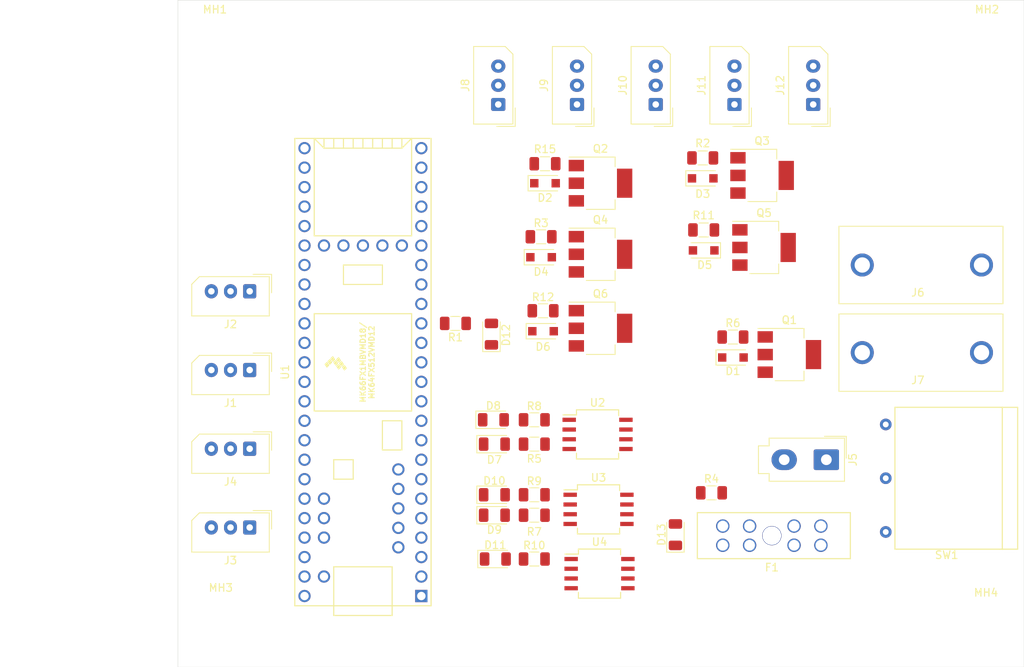
<source format=kicad_pcb>
(kicad_pcb (version 20171130) (host pcbnew "(5.1.2)-2")

  (general
    (thickness 1.6)
    (drawings 5)
    (tracks 0)
    (zones 0)
    (modules 54)
    (nets 78)
  )

  (page A4)
  (layers
    (0 F.Cu signal)
    (31 B.Cu signal)
    (32 B.Adhes user)
    (33 F.Adhes user)
    (34 B.Paste user)
    (35 F.Paste user)
    (36 B.SilkS user)
    (37 F.SilkS user)
    (38 B.Mask user)
    (39 F.Mask user)
    (40 Dwgs.User user)
    (41 Cmts.User user)
    (42 Eco1.User user)
    (43 Eco2.User user)
    (44 Edge.Cuts user)
    (45 Margin user)
    (46 B.CrtYd user)
    (47 F.CrtYd user)
    (48 B.Fab user)
    (49 F.Fab user hide)
  )

  (setup
    (last_trace_width 0.25)
    (user_trace_width 0.25)
    (user_trace_width 1)
    (trace_clearance 0.2)
    (zone_clearance 0.508)
    (zone_45_only no)
    (trace_min 0.2)
    (via_size 0.8)
    (via_drill 0.4)
    (via_min_size 0.4)
    (via_min_drill 0.3)
    (uvia_size 0.3)
    (uvia_drill 0.1)
    (uvias_allowed no)
    (uvia_min_size 0.2)
    (uvia_min_drill 0.1)
    (edge_width 0.05)
    (segment_width 0.2)
    (pcb_text_width 0.3)
    (pcb_text_size 1.5 1.5)
    (mod_edge_width 0.12)
    (mod_text_size 1 1)
    (mod_text_width 0.15)
    (pad_size 2 3.8)
    (pad_drill 0)
    (pad_to_mask_clearance 0.051)
    (solder_mask_min_width 0.25)
    (aux_axis_origin 0 0)
    (visible_elements 7FFFFFFF)
    (pcbplotparams
      (layerselection 0x010fc_ffffffff)
      (usegerberextensions false)
      (usegerberattributes false)
      (usegerberadvancedattributes false)
      (creategerberjobfile false)
      (excludeedgelayer true)
      (linewidth 0.100000)
      (plotframeref false)
      (viasonmask false)
      (mode 1)
      (useauxorigin false)
      (hpglpennumber 1)
      (hpglpenspeed 20)
      (hpglpendiameter 15.000000)
      (psnegative false)
      (psa4output false)
      (plotreference true)
      (plotvalue true)
      (plotinvisibletext false)
      (padsonsilk false)
      (subtractmaskfromsilk false)
      (outputformat 1)
      (mirror false)
      (drillshape 0)
      (scaleselection 1)
      (outputdirectory "gerbs/"))
  )

  (net 0 "")
  (net 1 "Net-(D1-Pad2)")
  (net 2 GNDREF)
  (net 3 "Net-(D9-Pad2)")
  (net 4 "Net-(D7-Pad2)")
  (net 5 "Net-(D8-Pad2)")
  (net 6 +24V)
  (net 7 +3V3)
  (net 8 "Net-(D10-Pad2)")
  (net 9 "Net-(D11-Pad2)")
  (net 10 "Net-(D12-Pad2)")
  (net 11 "Net-(D13-Pad2)")
  (net 12 "Net-(R5-Pad2)")
  (net 13 "Net-(R8-Pad1)")
  (net 14 "Net-(R9-Pad1)")
  (net 15 "Net-(F1-Pad5)")
  (net 16 "Net-(R7-Pad2)")
  (net 17 "Net-(R10-Pad1)")
  (net 18 "Net-(D2-Pad2)")
  (net 19 "Net-(D3-Pad2)")
  (net 20 "Net-(D4-Pad2)")
  (net 21 "Net-(D5-Pad2)")
  (net 22 "Net-(D6-Pad2)")
  (net 23 /PT0)
  (net 24 /PT1)
  (net 25 /PT2)
  (net 26 /PT3)
  (net 27 "Net-(J5-Pad1)")
  (net 28 "Net-(U4-Pad3)")
  (net 29 "Net-(U4-Pad4)")
  (net 30 "Net-(U4-Pad5)")
  (net 31 "Net-(U4-Pad6)")
  (net 32 /SPRK)
  (net 33 /SOL1)
  (net 34 /SOL2)
  (net 35 /SOL3)
  (net 36 /SOL4)
  (net 37 /SOL5)
  (net 38 "Net-(U1-Pad18)")
  (net 39 "Net-(U1-Pad19)")
  (net 40 "Net-(U1-Pad20)")
  (net 41 "Net-(U1-Pad14)")
  (net 42 "Net-(U1-Pad25)")
  (net 43 "Net-(U1-Pad29)")
  (net 44 "Net-(U1-Pad30)")
  (net 45 "Net-(U1-Pad33)")
  (net 46 "Net-(U1-Pad34)")
  (net 47 "Net-(U1-Pad35)")
  (net 48 "Net-(U1-Pad36)")
  (net 49 "Net-(U1-Pad37)")
  (net 50 "Net-(U1-Pad13)")
  (net 51 "Net-(U1-Pad12)")
  (net 52 "Net-(U1-Pad3)")
  (net 53 "Net-(U1-Pad2)")
  (net 54 "Net-(U1-Pad17)")
  (net 55 "Net-(U1-Pad16)")
  (net 56 "Net-(U1-Pad21)")
  (net 57 "Net-(U1-Pad22)")
  (net 58 "Net-(U1-Pad23)")
  (net 59 "Net-(U1-Pad24)")
  (net 60 "Net-(U1-Pad28)")
  (net 61 "Net-(U1-Pad31)")
  (net 62 "Net-(U1-Pad32)")
  (net 63 "Net-(U1-Pad11)")
  (net 64 "Net-(U1-Pad10)")
  (net 65 "Net-(U1-Pad38)")
  (net 66 "Net-(U1-Pad40)")
  (net 67 "Net-(U1-Pad45)")
  (net 68 "Net-(U1-Pad46)")
  (net 69 "Net-(U1-Pad47)")
  (net 70 "Net-(U1-Pad48)")
  (net 71 "Net-(U1-Pad49)")
  (net 72 "Net-(U1-Pad50)")
  (net 73 "Net-(U1-Pad53)")
  (net 74 "Net-(U1-Pad54)")
  (net 75 "Net-(U1-Pad55)")
  (net 76 "Net-(U1-Pad56)")
  (net 77 "Net-(U1-Pad57)")

  (net_class Default "This is the default net class."
    (clearance 0.2)
    (trace_width 0.25)
    (via_dia 0.8)
    (via_drill 0.4)
    (uvia_dia 0.3)
    (uvia_drill 0.1)
    (add_net +3V3)
    (add_net /PT0)
    (add_net /PT1)
    (add_net /PT2)
    (add_net /PT3)
    (add_net /SOL1)
    (add_net /SOL2)
    (add_net /SOL3)
    (add_net /SOL4)
    (add_net /SOL5)
    (add_net /SPRK)
    (add_net GNDREF)
    (add_net "Net-(D1-Pad2)")
    (add_net "Net-(D10-Pad2)")
    (add_net "Net-(D11-Pad2)")
    (add_net "Net-(D12-Pad2)")
    (add_net "Net-(D13-Pad2)")
    (add_net "Net-(D2-Pad2)")
    (add_net "Net-(D3-Pad2)")
    (add_net "Net-(D4-Pad2)")
    (add_net "Net-(D5-Pad2)")
    (add_net "Net-(D6-Pad2)")
    (add_net "Net-(D7-Pad2)")
    (add_net "Net-(D8-Pad2)")
    (add_net "Net-(D9-Pad2)")
    (add_net "Net-(F1-Pad5)")
    (add_net "Net-(J5-Pad1)")
    (add_net "Net-(R10-Pad1)")
    (add_net "Net-(R5-Pad2)")
    (add_net "Net-(R7-Pad2)")
    (add_net "Net-(R8-Pad1)")
    (add_net "Net-(R9-Pad1)")
    (add_net "Net-(U1-Pad10)")
    (add_net "Net-(U1-Pad11)")
    (add_net "Net-(U1-Pad12)")
    (add_net "Net-(U1-Pad13)")
    (add_net "Net-(U1-Pad14)")
    (add_net "Net-(U1-Pad16)")
    (add_net "Net-(U1-Pad17)")
    (add_net "Net-(U1-Pad18)")
    (add_net "Net-(U1-Pad19)")
    (add_net "Net-(U1-Pad2)")
    (add_net "Net-(U1-Pad20)")
    (add_net "Net-(U1-Pad21)")
    (add_net "Net-(U1-Pad22)")
    (add_net "Net-(U1-Pad23)")
    (add_net "Net-(U1-Pad24)")
    (add_net "Net-(U1-Pad25)")
    (add_net "Net-(U1-Pad28)")
    (add_net "Net-(U1-Pad29)")
    (add_net "Net-(U1-Pad3)")
    (add_net "Net-(U1-Pad30)")
    (add_net "Net-(U1-Pad31)")
    (add_net "Net-(U1-Pad32)")
    (add_net "Net-(U1-Pad33)")
    (add_net "Net-(U1-Pad34)")
    (add_net "Net-(U1-Pad35)")
    (add_net "Net-(U1-Pad36)")
    (add_net "Net-(U1-Pad37)")
    (add_net "Net-(U1-Pad38)")
    (add_net "Net-(U1-Pad40)")
    (add_net "Net-(U1-Pad45)")
    (add_net "Net-(U1-Pad46)")
    (add_net "Net-(U1-Pad47)")
    (add_net "Net-(U1-Pad48)")
    (add_net "Net-(U1-Pad49)")
    (add_net "Net-(U1-Pad50)")
    (add_net "Net-(U1-Pad53)")
    (add_net "Net-(U1-Pad54)")
    (add_net "Net-(U1-Pad55)")
    (add_net "Net-(U1-Pad56)")
    (add_net "Net-(U1-Pad57)")
    (add_net "Net-(U4-Pad3)")
    (add_net "Net-(U4-Pad4)")
    (add_net "Net-(U4-Pad5)")
    (add_net "Net-(U4-Pad6)")
  )

  (net_class PWR ""
    (clearance 0.2)
    (trace_width 1)
    (via_dia 0.8)
    (via_drill 0.4)
    (uvia_dia 0.3)
    (uvia_drill 0.1)
    (add_net +24V)
  )

  (module Diode_SMD:D_SOD-123F (layer F.Cu) (tedit 587F7769) (tstamp 5E374EF6)
    (at 143.129 117.983)
    (descr D_SOD-123F)
    (tags D_SOD-123F)
    (path /5DD0D731)
    (attr smd)
    (fp_text reference D1 (at 0 1.778) (layer F.SilkS)
      (effects (font (size 1 1) (thickness 0.15)))
    )
    (fp_text value D_Small (at 0 2.1) (layer F.Fab)
      (effects (font (size 1 1) (thickness 0.15)))
    )
    (fp_line (start -2.2 -1) (end 1.65 -1) (layer F.SilkS) (width 0.12))
    (fp_line (start -2.2 1) (end 1.65 1) (layer F.SilkS) (width 0.12))
    (fp_line (start -2.2 -1.15) (end -2.2 1.15) (layer F.CrtYd) (width 0.05))
    (fp_line (start 2.2 1.15) (end -2.2 1.15) (layer F.CrtYd) (width 0.05))
    (fp_line (start 2.2 -1.15) (end 2.2 1.15) (layer F.CrtYd) (width 0.05))
    (fp_line (start -2.2 -1.15) (end 2.2 -1.15) (layer F.CrtYd) (width 0.05))
    (fp_line (start -1.4 -0.9) (end 1.4 -0.9) (layer F.Fab) (width 0.1))
    (fp_line (start 1.4 -0.9) (end 1.4 0.9) (layer F.Fab) (width 0.1))
    (fp_line (start 1.4 0.9) (end -1.4 0.9) (layer F.Fab) (width 0.1))
    (fp_line (start -1.4 0.9) (end -1.4 -0.9) (layer F.Fab) (width 0.1))
    (fp_line (start -0.75 0) (end -0.35 0) (layer F.Fab) (width 0.1))
    (fp_line (start -0.35 0) (end -0.35 -0.55) (layer F.Fab) (width 0.1))
    (fp_line (start -0.35 0) (end -0.35 0.55) (layer F.Fab) (width 0.1))
    (fp_line (start -0.35 0) (end 0.25 -0.4) (layer F.Fab) (width 0.1))
    (fp_line (start 0.25 -0.4) (end 0.25 0.4) (layer F.Fab) (width 0.1))
    (fp_line (start 0.25 0.4) (end -0.35 0) (layer F.Fab) (width 0.1))
    (fp_line (start 0.25 0) (end 0.75 0) (layer F.Fab) (width 0.1))
    (fp_line (start -2.2 -1) (end -2.2 1) (layer F.SilkS) (width 0.12))
    (fp_text user %R (at -0.127 -1.905) (layer F.Fab)
      (effects (font (size 1 1) (thickness 0.15)))
    )
    (pad 2 smd rect (at 1.4 0) (size 1.1 1.1) (layers F.Cu F.Paste F.Mask)
      (net 1 "Net-(D1-Pad2)"))
    (pad 1 smd rect (at -1.4 0) (size 1.1 1.1) (layers F.Cu F.Paste F.Mask)
      (net 6 +24V))
    (model ${KISYS3DMOD}/Diode_SMD.3dshapes/D_SOD-123F.wrl
      (at (xyz 0 0 0))
      (scale (xyz 1 1 1))
      (rotate (xyz 0 0 0))
    )
  )

  (module Diode_SMD:D_SOD-123F (layer F.Cu) (tedit 587F7769) (tstamp 5E374F0F)
    (at 118.618 95.25)
    (descr D_SOD-123F)
    (tags D_SOD-123F)
    (path /5E33A21B)
    (attr smd)
    (fp_text reference D2 (at 0 1.905) (layer F.SilkS)
      (effects (font (size 1 1) (thickness 0.15)))
    )
    (fp_text value D (at 0 2.1) (layer F.Fab)
      (effects (font (size 1 1) (thickness 0.15)))
    )
    (fp_line (start -2.2 -1) (end 1.65 -1) (layer F.SilkS) (width 0.12))
    (fp_line (start -2.2 1) (end 1.65 1) (layer F.SilkS) (width 0.12))
    (fp_line (start -2.2 -1.15) (end -2.2 1.15) (layer F.CrtYd) (width 0.05))
    (fp_line (start 2.2 1.15) (end -2.2 1.15) (layer F.CrtYd) (width 0.05))
    (fp_line (start 2.2 -1.15) (end 2.2 1.15) (layer F.CrtYd) (width 0.05))
    (fp_line (start -2.2 -1.15) (end 2.2 -1.15) (layer F.CrtYd) (width 0.05))
    (fp_line (start -1.4 -0.9) (end 1.4 -0.9) (layer F.Fab) (width 0.1))
    (fp_line (start 1.4 -0.9) (end 1.4 0.9) (layer F.Fab) (width 0.1))
    (fp_line (start 1.4 0.9) (end -1.4 0.9) (layer F.Fab) (width 0.1))
    (fp_line (start -1.4 0.9) (end -1.4 -0.9) (layer F.Fab) (width 0.1))
    (fp_line (start -0.75 0) (end -0.35 0) (layer F.Fab) (width 0.1))
    (fp_line (start -0.35 0) (end -0.35 -0.55) (layer F.Fab) (width 0.1))
    (fp_line (start -0.35 0) (end -0.35 0.55) (layer F.Fab) (width 0.1))
    (fp_line (start -0.35 0) (end 0.25 -0.4) (layer F.Fab) (width 0.1))
    (fp_line (start 0.25 -0.4) (end 0.25 0.4) (layer F.Fab) (width 0.1))
    (fp_line (start 0.25 0.4) (end -0.35 0) (layer F.Fab) (width 0.1))
    (fp_line (start 0.25 0) (end 0.75 0) (layer F.Fab) (width 0.1))
    (fp_line (start -2.2 -1) (end -2.2 1) (layer F.SilkS) (width 0.12))
    (fp_text user %R (at -0.127 -1.905) (layer F.Fab)
      (effects (font (size 1 1) (thickness 0.15)))
    )
    (pad 2 smd rect (at 1.4 0) (size 1.1 1.1) (layers F.Cu F.Paste F.Mask)
      (net 18 "Net-(D2-Pad2)"))
    (pad 1 smd rect (at -1.4 0) (size 1.1 1.1) (layers F.Cu F.Paste F.Mask)
      (net 6 +24V))
    (model ${KISYS3DMOD}/Diode_SMD.3dshapes/D_SOD-123F.wrl
      (at (xyz 0 0 0))
      (scale (xyz 1 1 1))
      (rotate (xyz 0 0 0))
    )
  )

  (module Diode_SMD:D_SOD-123F (layer F.Cu) (tedit 587F7769) (tstamp 5E374F28)
    (at 139.192 94.615)
    (descr D_SOD-123F)
    (tags D_SOD-123F)
    (path /5E46D893)
    (attr smd)
    (fp_text reference D3 (at 0 2.032) (layer F.SilkS)
      (effects (font (size 1 1) (thickness 0.15)))
    )
    (fp_text value D (at 0 2.1) (layer F.Fab)
      (effects (font (size 1 1) (thickness 0.15)))
    )
    (fp_text user %R (at -0.127 -1.905) (layer F.Fab)
      (effects (font (size 1 1) (thickness 0.15)))
    )
    (fp_line (start -2.2 -1) (end -2.2 1) (layer F.SilkS) (width 0.12))
    (fp_line (start 0.25 0) (end 0.75 0) (layer F.Fab) (width 0.1))
    (fp_line (start 0.25 0.4) (end -0.35 0) (layer F.Fab) (width 0.1))
    (fp_line (start 0.25 -0.4) (end 0.25 0.4) (layer F.Fab) (width 0.1))
    (fp_line (start -0.35 0) (end 0.25 -0.4) (layer F.Fab) (width 0.1))
    (fp_line (start -0.35 0) (end -0.35 0.55) (layer F.Fab) (width 0.1))
    (fp_line (start -0.35 0) (end -0.35 -0.55) (layer F.Fab) (width 0.1))
    (fp_line (start -0.75 0) (end -0.35 0) (layer F.Fab) (width 0.1))
    (fp_line (start -1.4 0.9) (end -1.4 -0.9) (layer F.Fab) (width 0.1))
    (fp_line (start 1.4 0.9) (end -1.4 0.9) (layer F.Fab) (width 0.1))
    (fp_line (start 1.4 -0.9) (end 1.4 0.9) (layer F.Fab) (width 0.1))
    (fp_line (start -1.4 -0.9) (end 1.4 -0.9) (layer F.Fab) (width 0.1))
    (fp_line (start -2.2 -1.15) (end 2.2 -1.15) (layer F.CrtYd) (width 0.05))
    (fp_line (start 2.2 -1.15) (end 2.2 1.15) (layer F.CrtYd) (width 0.05))
    (fp_line (start 2.2 1.15) (end -2.2 1.15) (layer F.CrtYd) (width 0.05))
    (fp_line (start -2.2 -1.15) (end -2.2 1.15) (layer F.CrtYd) (width 0.05))
    (fp_line (start -2.2 1) (end 1.65 1) (layer F.SilkS) (width 0.12))
    (fp_line (start -2.2 -1) (end 1.65 -1) (layer F.SilkS) (width 0.12))
    (pad 1 smd rect (at -1.4 0) (size 1.1 1.1) (layers F.Cu F.Paste F.Mask)
      (net 6 +24V))
    (pad 2 smd rect (at 1.4 0) (size 1.1 1.1) (layers F.Cu F.Paste F.Mask)
      (net 19 "Net-(D3-Pad2)"))
    (model ${KISYS3DMOD}/Diode_SMD.3dshapes/D_SOD-123F.wrl
      (at (xyz 0 0 0))
      (scale (xyz 1 1 1))
      (rotate (xyz 0 0 0))
    )
  )

  (module Diode_SMD:D_SOD-123F (layer F.Cu) (tedit 587F7769) (tstamp 5E374F41)
    (at 118.11 104.902)
    (descr D_SOD-123F)
    (tags D_SOD-123F)
    (path /5E48E30F)
    (attr smd)
    (fp_text reference D4 (at 0 1.905) (layer F.SilkS)
      (effects (font (size 1 1) (thickness 0.15)))
    )
    (fp_text value D (at 0 2.1) (layer F.Fab)
      (effects (font (size 1 1) (thickness 0.15)))
    )
    (fp_text user %R (at -0.127 -1.905) (layer F.Fab)
      (effects (font (size 1 1) (thickness 0.15)))
    )
    (fp_line (start -2.2 -1) (end -2.2 1) (layer F.SilkS) (width 0.12))
    (fp_line (start 0.25 0) (end 0.75 0) (layer F.Fab) (width 0.1))
    (fp_line (start 0.25 0.4) (end -0.35 0) (layer F.Fab) (width 0.1))
    (fp_line (start 0.25 -0.4) (end 0.25 0.4) (layer F.Fab) (width 0.1))
    (fp_line (start -0.35 0) (end 0.25 -0.4) (layer F.Fab) (width 0.1))
    (fp_line (start -0.35 0) (end -0.35 0.55) (layer F.Fab) (width 0.1))
    (fp_line (start -0.35 0) (end -0.35 -0.55) (layer F.Fab) (width 0.1))
    (fp_line (start -0.75 0) (end -0.35 0) (layer F.Fab) (width 0.1))
    (fp_line (start -1.4 0.9) (end -1.4 -0.9) (layer F.Fab) (width 0.1))
    (fp_line (start 1.4 0.9) (end -1.4 0.9) (layer F.Fab) (width 0.1))
    (fp_line (start 1.4 -0.9) (end 1.4 0.9) (layer F.Fab) (width 0.1))
    (fp_line (start -1.4 -0.9) (end 1.4 -0.9) (layer F.Fab) (width 0.1))
    (fp_line (start -2.2 -1.15) (end 2.2 -1.15) (layer F.CrtYd) (width 0.05))
    (fp_line (start 2.2 -1.15) (end 2.2 1.15) (layer F.CrtYd) (width 0.05))
    (fp_line (start 2.2 1.15) (end -2.2 1.15) (layer F.CrtYd) (width 0.05))
    (fp_line (start -2.2 -1.15) (end -2.2 1.15) (layer F.CrtYd) (width 0.05))
    (fp_line (start -2.2 1) (end 1.65 1) (layer F.SilkS) (width 0.12))
    (fp_line (start -2.2 -1) (end 1.65 -1) (layer F.SilkS) (width 0.12))
    (pad 1 smd rect (at -1.4 0) (size 1.1 1.1) (layers F.Cu F.Paste F.Mask)
      (net 6 +24V))
    (pad 2 smd rect (at 1.4 0) (size 1.1 1.1) (layers F.Cu F.Paste F.Mask)
      (net 20 "Net-(D4-Pad2)"))
    (model ${KISYS3DMOD}/Diode_SMD.3dshapes/D_SOD-123F.wrl
      (at (xyz 0 0 0))
      (scale (xyz 1 1 1))
      (rotate (xyz 0 0 0))
    )
  )

  (module Diode_SMD:D_SOD-123F (layer F.Cu) (tedit 587F7769) (tstamp 5E374F5A)
    (at 139.319 104.013 180)
    (descr D_SOD-123F)
    (tags D_SOD-123F)
    (path /5E4802F1)
    (attr smd)
    (fp_text reference D5 (at -0.127 -1.905) (layer F.SilkS)
      (effects (font (size 1 1) (thickness 0.15)))
    )
    (fp_text value D (at 0 2.1) (layer F.Fab)
      (effects (font (size 1 1) (thickness 0.15)))
    )
    (fp_line (start -2.2 -1) (end 1.65 -1) (layer F.SilkS) (width 0.12))
    (fp_line (start -2.2 1) (end 1.65 1) (layer F.SilkS) (width 0.12))
    (fp_line (start -2.2 -1.15) (end -2.2 1.15) (layer F.CrtYd) (width 0.05))
    (fp_line (start 2.2 1.15) (end -2.2 1.15) (layer F.CrtYd) (width 0.05))
    (fp_line (start 2.2 -1.15) (end 2.2 1.15) (layer F.CrtYd) (width 0.05))
    (fp_line (start -2.2 -1.15) (end 2.2 -1.15) (layer F.CrtYd) (width 0.05))
    (fp_line (start -1.4 -0.9) (end 1.4 -0.9) (layer F.Fab) (width 0.1))
    (fp_line (start 1.4 -0.9) (end 1.4 0.9) (layer F.Fab) (width 0.1))
    (fp_line (start 1.4 0.9) (end -1.4 0.9) (layer F.Fab) (width 0.1))
    (fp_line (start -1.4 0.9) (end -1.4 -0.9) (layer F.Fab) (width 0.1))
    (fp_line (start -0.75 0) (end -0.35 0) (layer F.Fab) (width 0.1))
    (fp_line (start -0.35 0) (end -0.35 -0.55) (layer F.Fab) (width 0.1))
    (fp_line (start -0.35 0) (end -0.35 0.55) (layer F.Fab) (width 0.1))
    (fp_line (start -0.35 0) (end 0.25 -0.4) (layer F.Fab) (width 0.1))
    (fp_line (start 0.25 -0.4) (end 0.25 0.4) (layer F.Fab) (width 0.1))
    (fp_line (start 0.25 0.4) (end -0.35 0) (layer F.Fab) (width 0.1))
    (fp_line (start 0.25 0) (end 0.75 0) (layer F.Fab) (width 0.1))
    (fp_line (start -2.2 -1) (end -2.2 1) (layer F.SilkS) (width 0.12))
    (fp_text user %R (at -0.127 -1.905) (layer F.Fab)
      (effects (font (size 1 1) (thickness 0.15)))
    )
    (pad 2 smd rect (at 1.4 0 180) (size 1.1 1.1) (layers F.Cu F.Paste F.Mask)
      (net 21 "Net-(D5-Pad2)"))
    (pad 1 smd rect (at -1.4 0 180) (size 1.1 1.1) (layers F.Cu F.Paste F.Mask)
      (net 6 +24V))
    (model ${KISYS3DMOD}/Diode_SMD.3dshapes/D_SOD-123F.wrl
      (at (xyz 0 0 0))
      (scale (xyz 1 1 1))
      (rotate (xyz 0 0 0))
    )
  )

  (module Diode_SMD:D_SOD-123F (layer F.Cu) (tedit 587F7769) (tstamp 5E374F73)
    (at 118.364 114.554)
    (descr D_SOD-123F)
    (tags D_SOD-123F)
    (path /5E480353)
    (attr smd)
    (fp_text reference D6 (at 0 2.032) (layer F.SilkS)
      (effects (font (size 1 1) (thickness 0.15)))
    )
    (fp_text value D (at 0 2.1) (layer F.Fab)
      (effects (font (size 1 1) (thickness 0.15)))
    )
    (fp_text user %R (at -0.127 -1.905) (layer F.Fab)
      (effects (font (size 1 1) (thickness 0.15)))
    )
    (fp_line (start -2.2 -1) (end -2.2 1) (layer F.SilkS) (width 0.12))
    (fp_line (start 0.25 0) (end 0.75 0) (layer F.Fab) (width 0.1))
    (fp_line (start 0.25 0.4) (end -0.35 0) (layer F.Fab) (width 0.1))
    (fp_line (start 0.25 -0.4) (end 0.25 0.4) (layer F.Fab) (width 0.1))
    (fp_line (start -0.35 0) (end 0.25 -0.4) (layer F.Fab) (width 0.1))
    (fp_line (start -0.35 0) (end -0.35 0.55) (layer F.Fab) (width 0.1))
    (fp_line (start -0.35 0) (end -0.35 -0.55) (layer F.Fab) (width 0.1))
    (fp_line (start -0.75 0) (end -0.35 0) (layer F.Fab) (width 0.1))
    (fp_line (start -1.4 0.9) (end -1.4 -0.9) (layer F.Fab) (width 0.1))
    (fp_line (start 1.4 0.9) (end -1.4 0.9) (layer F.Fab) (width 0.1))
    (fp_line (start 1.4 -0.9) (end 1.4 0.9) (layer F.Fab) (width 0.1))
    (fp_line (start -1.4 -0.9) (end 1.4 -0.9) (layer F.Fab) (width 0.1))
    (fp_line (start -2.2 -1.15) (end 2.2 -1.15) (layer F.CrtYd) (width 0.05))
    (fp_line (start 2.2 -1.15) (end 2.2 1.15) (layer F.CrtYd) (width 0.05))
    (fp_line (start 2.2 1.15) (end -2.2 1.15) (layer F.CrtYd) (width 0.05))
    (fp_line (start -2.2 -1.15) (end -2.2 1.15) (layer F.CrtYd) (width 0.05))
    (fp_line (start -2.2 1) (end 1.65 1) (layer F.SilkS) (width 0.12))
    (fp_line (start -2.2 -1) (end 1.65 -1) (layer F.SilkS) (width 0.12))
    (pad 1 smd rect (at -1.4 0) (size 1.1 1.1) (layers F.Cu F.Paste F.Mask)
      (net 6 +24V))
    (pad 2 smd rect (at 1.4 0) (size 1.1 1.1) (layers F.Cu F.Paste F.Mask)
      (net 22 "Net-(D6-Pad2)"))
    (model ${KISYS3DMOD}/Diode_SMD.3dshapes/D_SOD-123F.wrl
      (at (xyz 0 0 0))
      (scale (xyz 1 1 1))
      (rotate (xyz 0 0 0))
    )
  )

  (module LED_SMD:LED_1206_3216Metric (layer F.Cu) (tedit 5B301BBE) (tstamp 5E374F86)
    (at 112.014 129.286)
    (descr "LED SMD 1206 (3216 Metric), square (rectangular) end terminal, IPC_7351 nominal, (Body size source: http://www.tortai-tech.com/upload/download/2011102023233369053.pdf), generated with kicad-footprint-generator")
    (tags diode)
    (path /5E33A16C)
    (attr smd)
    (fp_text reference D7 (at 0 2.032) (layer F.SilkS)
      (effects (font (size 1 1) (thickness 0.15)))
    )
    (fp_text value LED (at 0 1.82) (layer F.Fab)
      (effects (font (size 1 1) (thickness 0.15)))
    )
    (fp_text user %R (at 0 0) (layer F.Fab)
      (effects (font (size 0.8 0.8) (thickness 0.12)))
    )
    (fp_line (start 2.28 1.12) (end -2.28 1.12) (layer F.CrtYd) (width 0.05))
    (fp_line (start 2.28 -1.12) (end 2.28 1.12) (layer F.CrtYd) (width 0.05))
    (fp_line (start -2.28 -1.12) (end 2.28 -1.12) (layer F.CrtYd) (width 0.05))
    (fp_line (start -2.28 1.12) (end -2.28 -1.12) (layer F.CrtYd) (width 0.05))
    (fp_line (start -2.285 1.135) (end 1.6 1.135) (layer F.SilkS) (width 0.12))
    (fp_line (start -2.285 -1.135) (end -2.285 1.135) (layer F.SilkS) (width 0.12))
    (fp_line (start 1.6 -1.135) (end -2.285 -1.135) (layer F.SilkS) (width 0.12))
    (fp_line (start 1.6 0.8) (end 1.6 -0.8) (layer F.Fab) (width 0.1))
    (fp_line (start -1.6 0.8) (end 1.6 0.8) (layer F.Fab) (width 0.1))
    (fp_line (start -1.6 -0.4) (end -1.6 0.8) (layer F.Fab) (width 0.1))
    (fp_line (start -1.2 -0.8) (end -1.6 -0.4) (layer F.Fab) (width 0.1))
    (fp_line (start 1.6 -0.8) (end -1.2 -0.8) (layer F.Fab) (width 0.1))
    (pad 2 smd roundrect (at 1.4 0) (size 1.25 1.75) (layers F.Cu F.Paste F.Mask) (roundrect_rratio 0.2)
      (net 4 "Net-(D7-Pad2)"))
    (pad 1 smd roundrect (at -1.4 0) (size 1.25 1.75) (layers F.Cu F.Paste F.Mask) (roundrect_rratio 0.2)
      (net 2 GNDREF))
    (model ${KISYS3DMOD}/LED_SMD.3dshapes/LED_1206_3216Metric.wrl
      (at (xyz 0 0 0))
      (scale (xyz 1 1 1))
      (rotate (xyz 0 0 0))
    )
  )

  (module LED_SMD:LED_1206_3216Metric (layer F.Cu) (tedit 5B301BBE) (tstamp 5E374F99)
    (at 111.887 126.111)
    (descr "LED SMD 1206 (3216 Metric), square (rectangular) end terminal, IPC_7351 nominal, (Body size source: http://www.tortai-tech.com/upload/download/2011102023233369053.pdf), generated with kicad-footprint-generator")
    (tags diode)
    (path /5E33A181)
    (attr smd)
    (fp_text reference D8 (at 0 -1.82) (layer F.SilkS)
      (effects (font (size 1 1) (thickness 0.15)))
    )
    (fp_text value LED (at 0 1.82) (layer F.Fab)
      (effects (font (size 1 1) (thickness 0.15)))
    )
    (fp_line (start 1.6 -0.8) (end -1.2 -0.8) (layer F.Fab) (width 0.1))
    (fp_line (start -1.2 -0.8) (end -1.6 -0.4) (layer F.Fab) (width 0.1))
    (fp_line (start -1.6 -0.4) (end -1.6 0.8) (layer F.Fab) (width 0.1))
    (fp_line (start -1.6 0.8) (end 1.6 0.8) (layer F.Fab) (width 0.1))
    (fp_line (start 1.6 0.8) (end 1.6 -0.8) (layer F.Fab) (width 0.1))
    (fp_line (start 1.6 -1.135) (end -2.285 -1.135) (layer F.SilkS) (width 0.12))
    (fp_line (start -2.285 -1.135) (end -2.285 1.135) (layer F.SilkS) (width 0.12))
    (fp_line (start -2.285 1.135) (end 1.6 1.135) (layer F.SilkS) (width 0.12))
    (fp_line (start -2.28 1.12) (end -2.28 -1.12) (layer F.CrtYd) (width 0.05))
    (fp_line (start -2.28 -1.12) (end 2.28 -1.12) (layer F.CrtYd) (width 0.05))
    (fp_line (start 2.28 -1.12) (end 2.28 1.12) (layer F.CrtYd) (width 0.05))
    (fp_line (start 2.28 1.12) (end -2.28 1.12) (layer F.CrtYd) (width 0.05))
    (fp_text user %R (at 0 0) (layer F.Fab)
      (effects (font (size 0.8 0.8) (thickness 0.12)))
    )
    (pad 1 smd roundrect (at -1.4 0) (size 1.25 1.75) (layers F.Cu F.Paste F.Mask) (roundrect_rratio 0.2)
      (net 2 GNDREF))
    (pad 2 smd roundrect (at 1.4 0) (size 1.25 1.75) (layers F.Cu F.Paste F.Mask) (roundrect_rratio 0.2)
      (net 5 "Net-(D8-Pad2)"))
    (model ${KISYS3DMOD}/LED_SMD.3dshapes/LED_1206_3216Metric.wrl
      (at (xyz 0 0 0))
      (scale (xyz 1 1 1))
      (rotate (xyz 0 0 0))
    )
  )

  (module LED_SMD:LED_1206_3216Metric (layer F.Cu) (tedit 5B301BBE) (tstamp 5E374FAC)
    (at 112.014 138.557)
    (descr "LED SMD 1206 (3216 Metric), square (rectangular) end terminal, IPC_7351 nominal, (Body size source: http://www.tortai-tech.com/upload/download/2011102023233369053.pdf), generated with kicad-footprint-generator")
    (tags diode)
    (path /5E33A1C2)
    (attr smd)
    (fp_text reference D9 (at 0 1.905) (layer F.SilkS)
      (effects (font (size 1 1) (thickness 0.15)))
    )
    (fp_text value LED (at 0 1.82) (layer F.Fab)
      (effects (font (size 1 1) (thickness 0.15)))
    )
    (fp_text user %R (at 0 0) (layer F.Fab)
      (effects (font (size 0.8 0.8) (thickness 0.12)))
    )
    (fp_line (start 2.28 1.12) (end -2.28 1.12) (layer F.CrtYd) (width 0.05))
    (fp_line (start 2.28 -1.12) (end 2.28 1.12) (layer F.CrtYd) (width 0.05))
    (fp_line (start -2.28 -1.12) (end 2.28 -1.12) (layer F.CrtYd) (width 0.05))
    (fp_line (start -2.28 1.12) (end -2.28 -1.12) (layer F.CrtYd) (width 0.05))
    (fp_line (start -2.285 1.135) (end 1.6 1.135) (layer F.SilkS) (width 0.12))
    (fp_line (start -2.285 -1.135) (end -2.285 1.135) (layer F.SilkS) (width 0.12))
    (fp_line (start 1.6 -1.135) (end -2.285 -1.135) (layer F.SilkS) (width 0.12))
    (fp_line (start 1.6 0.8) (end 1.6 -0.8) (layer F.Fab) (width 0.1))
    (fp_line (start -1.6 0.8) (end 1.6 0.8) (layer F.Fab) (width 0.1))
    (fp_line (start -1.6 -0.4) (end -1.6 0.8) (layer F.Fab) (width 0.1))
    (fp_line (start -1.2 -0.8) (end -1.6 -0.4) (layer F.Fab) (width 0.1))
    (fp_line (start 1.6 -0.8) (end -1.2 -0.8) (layer F.Fab) (width 0.1))
    (pad 2 smd roundrect (at 1.4 0) (size 1.25 1.75) (layers F.Cu F.Paste F.Mask) (roundrect_rratio 0.2)
      (net 3 "Net-(D9-Pad2)"))
    (pad 1 smd roundrect (at -1.4 0) (size 1.25 1.75) (layers F.Cu F.Paste F.Mask) (roundrect_rratio 0.2)
      (net 2 GNDREF))
    (model ${KISYS3DMOD}/LED_SMD.3dshapes/LED_1206_3216Metric.wrl
      (at (xyz 0 0 0))
      (scale (xyz 1 1 1))
      (rotate (xyz 0 0 0))
    )
  )

  (module LED_SMD:LED_1206_3216Metric (layer F.Cu) (tedit 5B301BBE) (tstamp 5E374FBF)
    (at 112.014 135.89)
    (descr "LED SMD 1206 (3216 Metric), square (rectangular) end terminal, IPC_7351 nominal, (Body size source: http://www.tortai-tech.com/upload/download/2011102023233369053.pdf), generated with kicad-footprint-generator")
    (tags diode)
    (path /5E33A1D4)
    (attr smd)
    (fp_text reference D10 (at 0 -1.82) (layer F.SilkS)
      (effects (font (size 1 1) (thickness 0.15)))
    )
    (fp_text value LED (at 0 1.82) (layer F.Fab)
      (effects (font (size 1 1) (thickness 0.15)))
    )
    (fp_line (start 1.6 -0.8) (end -1.2 -0.8) (layer F.Fab) (width 0.1))
    (fp_line (start -1.2 -0.8) (end -1.6 -0.4) (layer F.Fab) (width 0.1))
    (fp_line (start -1.6 -0.4) (end -1.6 0.8) (layer F.Fab) (width 0.1))
    (fp_line (start -1.6 0.8) (end 1.6 0.8) (layer F.Fab) (width 0.1))
    (fp_line (start 1.6 0.8) (end 1.6 -0.8) (layer F.Fab) (width 0.1))
    (fp_line (start 1.6 -1.135) (end -2.285 -1.135) (layer F.SilkS) (width 0.12))
    (fp_line (start -2.285 -1.135) (end -2.285 1.135) (layer F.SilkS) (width 0.12))
    (fp_line (start -2.285 1.135) (end 1.6 1.135) (layer F.SilkS) (width 0.12))
    (fp_line (start -2.28 1.12) (end -2.28 -1.12) (layer F.CrtYd) (width 0.05))
    (fp_line (start -2.28 -1.12) (end 2.28 -1.12) (layer F.CrtYd) (width 0.05))
    (fp_line (start 2.28 -1.12) (end 2.28 1.12) (layer F.CrtYd) (width 0.05))
    (fp_line (start 2.28 1.12) (end -2.28 1.12) (layer F.CrtYd) (width 0.05))
    (fp_text user %R (at 0 0) (layer F.Fab)
      (effects (font (size 0.8 0.8) (thickness 0.12)))
    )
    (pad 1 smd roundrect (at -1.4 0) (size 1.25 1.75) (layers F.Cu F.Paste F.Mask) (roundrect_rratio 0.2)
      (net 2 GNDREF))
    (pad 2 smd roundrect (at 1.4 0) (size 1.25 1.75) (layers F.Cu F.Paste F.Mask) (roundrect_rratio 0.2)
      (net 8 "Net-(D10-Pad2)"))
    (model ${KISYS3DMOD}/LED_SMD.3dshapes/LED_1206_3216Metric.wrl
      (at (xyz 0 0 0))
      (scale (xyz 1 1 1))
      (rotate (xyz 0 0 0))
    )
  )

  (module LED_SMD:LED_1206_3216Metric (layer F.Cu) (tedit 5B301BBE) (tstamp 5E374FD2)
    (at 112.141 144.272)
    (descr "LED SMD 1206 (3216 Metric), square (rectangular) end terminal, IPC_7351 nominal, (Body size source: http://www.tortai-tech.com/upload/download/2011102023233369053.pdf), generated with kicad-footprint-generator")
    (tags diode)
    (path /5E33A1A6)
    (attr smd)
    (fp_text reference D11 (at 0 -1.82) (layer F.SilkS)
      (effects (font (size 1 1) (thickness 0.15)))
    )
    (fp_text value LED (at 0 1.82) (layer F.Fab)
      (effects (font (size 1 1) (thickness 0.15)))
    )
    (fp_text user %R (at 0 0) (layer F.Fab)
      (effects (font (size 0.8 0.8) (thickness 0.12)))
    )
    (fp_line (start 2.28 1.12) (end -2.28 1.12) (layer F.CrtYd) (width 0.05))
    (fp_line (start 2.28 -1.12) (end 2.28 1.12) (layer F.CrtYd) (width 0.05))
    (fp_line (start -2.28 -1.12) (end 2.28 -1.12) (layer F.CrtYd) (width 0.05))
    (fp_line (start -2.28 1.12) (end -2.28 -1.12) (layer F.CrtYd) (width 0.05))
    (fp_line (start -2.285 1.135) (end 1.6 1.135) (layer F.SilkS) (width 0.12))
    (fp_line (start -2.285 -1.135) (end -2.285 1.135) (layer F.SilkS) (width 0.12))
    (fp_line (start 1.6 -1.135) (end -2.285 -1.135) (layer F.SilkS) (width 0.12))
    (fp_line (start 1.6 0.8) (end 1.6 -0.8) (layer F.Fab) (width 0.1))
    (fp_line (start -1.6 0.8) (end 1.6 0.8) (layer F.Fab) (width 0.1))
    (fp_line (start -1.6 -0.4) (end -1.6 0.8) (layer F.Fab) (width 0.1))
    (fp_line (start -1.2 -0.8) (end -1.6 -0.4) (layer F.Fab) (width 0.1))
    (fp_line (start 1.6 -0.8) (end -1.2 -0.8) (layer F.Fab) (width 0.1))
    (pad 2 smd roundrect (at 1.4 0) (size 1.25 1.75) (layers F.Cu F.Paste F.Mask) (roundrect_rratio 0.2)
      (net 9 "Net-(D11-Pad2)"))
    (pad 1 smd roundrect (at -1.4 0) (size 1.25 1.75) (layers F.Cu F.Paste F.Mask) (roundrect_rratio 0.2)
      (net 2 GNDREF))
    (model ${KISYS3DMOD}/LED_SMD.3dshapes/LED_1206_3216Metric.wrl
      (at (xyz 0 0 0))
      (scale (xyz 1 1 1))
      (rotate (xyz 0 0 0))
    )
  )

  (module LED_SMD:LED_1206_3216Metric (layer F.Cu) (tedit 5B301BBE) (tstamp 5E374FE5)
    (at 111.633 114.935 90)
    (descr "LED SMD 1206 (3216 Metric), square (rectangular) end terminal, IPC_7351 nominal, (Body size source: http://www.tortai-tech.com/upload/download/2011102023233369053.pdf), generated with kicad-footprint-generator")
    (tags diode)
    (path /5DC81323)
    (attr smd)
    (fp_text reference D12 (at -0.127 1.905 270) (layer F.SilkS)
      (effects (font (size 1 1) (thickness 0.15)))
    )
    (fp_text value 3V3 (at 0 1.82 90) (layer F.Fab)
      (effects (font (size 1 1) (thickness 0.15)))
    )
    (fp_line (start 1.6 -0.8) (end -1.2 -0.8) (layer F.Fab) (width 0.1))
    (fp_line (start -1.2 -0.8) (end -1.6 -0.4) (layer F.Fab) (width 0.1))
    (fp_line (start -1.6 -0.4) (end -1.6 0.8) (layer F.Fab) (width 0.1))
    (fp_line (start -1.6 0.8) (end 1.6 0.8) (layer F.Fab) (width 0.1))
    (fp_line (start 1.6 0.8) (end 1.6 -0.8) (layer F.Fab) (width 0.1))
    (fp_line (start 1.6 -1.135) (end -2.285 -1.135) (layer F.SilkS) (width 0.12))
    (fp_line (start -2.285 -1.135) (end -2.285 1.135) (layer F.SilkS) (width 0.12))
    (fp_line (start -2.285 1.135) (end 1.6 1.135) (layer F.SilkS) (width 0.12))
    (fp_line (start -2.28 1.12) (end -2.28 -1.12) (layer F.CrtYd) (width 0.05))
    (fp_line (start -2.28 -1.12) (end 2.28 -1.12) (layer F.CrtYd) (width 0.05))
    (fp_line (start 2.28 -1.12) (end 2.28 1.12) (layer F.CrtYd) (width 0.05))
    (fp_line (start 2.28 1.12) (end -2.28 1.12) (layer F.CrtYd) (width 0.05))
    (fp_text user %R (at 0 0 90) (layer F.Fab)
      (effects (font (size 0.8 0.8) (thickness 0.12)))
    )
    (pad 1 smd roundrect (at -1.4 0 90) (size 1.25 1.75) (layers F.Cu F.Paste F.Mask) (roundrect_rratio 0.2)
      (net 2 GNDREF))
    (pad 2 smd roundrect (at 1.4 0 90) (size 1.25 1.75) (layers F.Cu F.Paste F.Mask) (roundrect_rratio 0.2)
      (net 10 "Net-(D12-Pad2)"))
    (model ${KISYS3DMOD}/LED_SMD.3dshapes/LED_1206_3216Metric.wrl
      (at (xyz 0 0 0))
      (scale (xyz 1 1 1))
      (rotate (xyz 0 0 0))
    )
  )

  (module LED_SMD:LED_1206_3216Metric (layer F.Cu) (tedit 5B301BBE) (tstamp 5E374FF8)
    (at 135.636 141.097 90)
    (descr "LED SMD 1206 (3216 Metric), square (rectangular) end terminal, IPC_7351 nominal, (Body size source: http://www.tortai-tech.com/upload/download/2011102023233369053.pdf), generated with kicad-footprint-generator")
    (tags diode)
    (path /5DAC3A7D)
    (attr smd)
    (fp_text reference D13 (at 0 -1.82 90) (layer F.SilkS)
      (effects (font (size 1 1) (thickness 0.15)))
    )
    (fp_text value 24V (at 0 1.82 90) (layer F.Fab)
      (effects (font (size 1 1) (thickness 0.15)))
    )
    (fp_line (start 1.6 -0.8) (end -1.2 -0.8) (layer F.Fab) (width 0.1))
    (fp_line (start -1.2 -0.8) (end -1.6 -0.4) (layer F.Fab) (width 0.1))
    (fp_line (start -1.6 -0.4) (end -1.6 0.8) (layer F.Fab) (width 0.1))
    (fp_line (start -1.6 0.8) (end 1.6 0.8) (layer F.Fab) (width 0.1))
    (fp_line (start 1.6 0.8) (end 1.6 -0.8) (layer F.Fab) (width 0.1))
    (fp_line (start 1.6 -1.135) (end -2.285 -1.135) (layer F.SilkS) (width 0.12))
    (fp_line (start -2.285 -1.135) (end -2.285 1.135) (layer F.SilkS) (width 0.12))
    (fp_line (start -2.285 1.135) (end 1.6 1.135) (layer F.SilkS) (width 0.12))
    (fp_line (start -2.28 1.12) (end -2.28 -1.12) (layer F.CrtYd) (width 0.05))
    (fp_line (start -2.28 -1.12) (end 2.28 -1.12) (layer F.CrtYd) (width 0.05))
    (fp_line (start 2.28 -1.12) (end 2.28 1.12) (layer F.CrtYd) (width 0.05))
    (fp_line (start 2.28 1.12) (end -2.28 1.12) (layer F.CrtYd) (width 0.05))
    (fp_text user %R (at 0 0 90) (layer F.Fab)
      (effects (font (size 0.8 0.8) (thickness 0.12)))
    )
    (pad 1 smd roundrect (at -1.4 0 90) (size 1.25 1.75) (layers F.Cu F.Paste F.Mask) (roundrect_rratio 0.2)
      (net 2 GNDREF))
    (pad 2 smd roundrect (at 1.4 0 90) (size 1.25 1.75) (layers F.Cu F.Paste F.Mask) (roundrect_rratio 0.2)
      (net 11 "Net-(D13-Pad2)"))
    (model ${KISYS3DMOD}/LED_SMD.3dshapes/LED_1206_3216Metric.wrl
      (at (xyz 0 0 0))
      (scale (xyz 1 1 1))
      (rotate (xyz 0 0 0))
    )
  )

  (module IgniterCustom:FuseHolder (layer F.Cu) (tedit 5DC9F454) (tstamp 5E37501C)
    (at 148.209 141.224)
    (path /5DCA7861)
    (fp_text reference F1 (at 0 4.1529) (layer F.SilkS)
      (effects (font (size 1 1) (thickness 0.15)))
    )
    (fp_text value BladeFuse (at -0.0381 -3.8608) (layer F.Fab)
      (effects (font (size 1 1) (thickness 0.15)))
    )
    (fp_line (start -9.71042 3) (end 10.24636 3) (layer F.SilkS) (width 0.15))
    (fp_line (start -9.7155 -3) (end 10.24128 -3) (layer F.SilkS) (width 0.15))
    (fp_line (start -9.7155 3) (end -9.7155 -3) (layer F.SilkS) (width 0.15))
    (fp_line (start 10.24128 3) (end 10.24128 -3) (layer F.SilkS) (width 0.15))
    (pad "" thru_hole circle (at 0 0) (size 2.5 2.5) (drill 2.4) (layers *.Cu *.Mask))
    (pad 1 thru_hole circle (at -6.4 -1.25 90) (size 1.75 1.75) (drill 1.4) (layers *.Cu *.Mask)
      (net 6 +24V))
    (pad 2 thru_hole circle (at -2.9 -1.25 90) (size 1.75 1.75) (drill 1.4) (layers *.Cu *.Mask)
      (net 6 +24V))
    (pad 5 thru_hole circle (at 2.9 -1.25 90) (size 1.75 1.75) (drill 1.4) (layers *.Cu *.Mask)
      (net 15 "Net-(F1-Pad5)"))
    (pad 6 thru_hole circle (at 6.4 -1.25 90) (size 1.75 1.75) (drill 1.4) (layers *.Cu *.Mask)
      (net 15 "Net-(F1-Pad5)"))
    (pad 3 thru_hole circle (at -6.4 1.25 90) (size 1.75 1.75) (drill 1.4) (layers *.Cu *.Mask)
      (net 6 +24V))
    (pad 4 thru_hole circle (at -2.9 1.25 90) (size 1.75 1.75) (drill 1.4) (layers *.Cu *.Mask)
      (net 6 +24V))
    (pad 7 thru_hole circle (at 2.9 1.25 90) (size 1.75 1.75) (drill 1.4) (layers *.Cu *.Mask)
      (net 15 "Net-(F1-Pad5)"))
    (pad 8 thru_hole circle (at 6.4 1.25 90) (size 1.75 1.75) (drill 1.4) (layers *.Cu *.Mask)
      (net 15 "Net-(F1-Pad5)"))
  )

  (module Connector_Molex:Molex_SPOX_5267-03A_1x03_P2.50mm_Vertical (layer F.Cu) (tedit 5B7833F7) (tstamp 5E375059)
    (at 80.095001 119.618125 180)
    (descr "Molex SPOX Connector System, 5267-03A, 3 Pins per row (http://www.molex.com/pdm_docs/sd/022035035_sd.pdf), generated with kicad-footprint-generator")
    (tags "connector Molex SPOX side entry")
    (path /5DFAB896)
    (fp_text reference J1 (at 2.5 -4.3) (layer F.SilkS)
      (effects (font (size 1 1) (thickness 0.15)))
    )
    (fp_text value PT (at 2.5 3) (layer F.Fab)
      (effects (font (size 1 1) (thickness 0.15)))
    )
    (fp_text user %R (at 2.5 -2.4) (layer F.Fab)
      (effects (font (size 1 1) (thickness 0.15)))
    )
    (fp_line (start 7.95 -3.6) (end -2.95 -3.6) (layer F.CrtYd) (width 0.05))
    (fp_line (start 7.95 1.3) (end 7.95 -3.6) (layer F.CrtYd) (width 0.05))
    (fp_line (start 6.95 2.3) (end 7.95 1.3) (layer F.CrtYd) (width 0.05))
    (fp_line (start -2.95 2.3) (end 6.95 2.3) (layer F.CrtYd) (width 0.05))
    (fp_line (start -2.95 -3.6) (end -2.95 2.3) (layer F.CrtYd) (width 0.05))
    (fp_line (start 0 1.092893) (end 0.5 1.8) (layer F.Fab) (width 0.1))
    (fp_line (start -0.5 1.8) (end 0 1.092893) (layer F.Fab) (width 0.1))
    (fp_line (start -2.86 2.21) (end -0.45 2.21) (layer F.SilkS) (width 0.12))
    (fp_line (start -2.86 -0.2) (end -2.86 2.21) (layer F.SilkS) (width 0.12))
    (fp_line (start 7.56 -3.21) (end -2.56 -3.21) (layer F.SilkS) (width 0.12))
    (fp_line (start 7.56 0.91) (end 7.56 -3.21) (layer F.SilkS) (width 0.12))
    (fp_line (start 6.56 1.91) (end 7.56 0.91) (layer F.SilkS) (width 0.12))
    (fp_line (start -2.56 1.91) (end 6.56 1.91) (layer F.SilkS) (width 0.12))
    (fp_line (start -2.56 -3.21) (end -2.56 1.91) (layer F.SilkS) (width 0.12))
    (fp_line (start 7.45 -3.1) (end -2.45 -3.1) (layer F.Fab) (width 0.1))
    (fp_line (start 7.45 0.8) (end 7.45 -3.1) (layer F.Fab) (width 0.1))
    (fp_line (start 6.45 1.8) (end 7.45 0.8) (layer F.Fab) (width 0.1))
    (fp_line (start -2.45 1.8) (end 6.45 1.8) (layer F.Fab) (width 0.1))
    (fp_line (start -2.45 -3.1) (end -2.45 1.8) (layer F.Fab) (width 0.1))
    (pad 3 thru_hole oval (at 5 0 180) (size 1.7 1.85) (drill 0.85) (layers *.Cu *.Mask)
      (net 6 +24V))
    (pad 2 thru_hole oval (at 2.5 0 180) (size 1.7 1.85) (drill 0.85) (layers *.Cu *.Mask)
      (net 23 /PT0))
    (pad 1 thru_hole roundrect (at 0 0 180) (size 1.7 1.85) (drill 0.85) (layers *.Cu *.Mask) (roundrect_rratio 0.147059)
      (net 2 GNDREF))
    (model ${KISYS3DMOD}/Connector_Molex.3dshapes/Molex_SPOX_5267-03A_1x03_P2.50mm_Vertical.wrl
      (at (xyz 0 0 0))
      (scale (xyz 1 1 1))
      (rotate (xyz 0 0 0))
    )
  )

  (module Connector_Molex:Molex_SPOX_5267-03A_1x03_P2.50mm_Vertical (layer F.Cu) (tedit 5B7833F7) (tstamp 5E375074)
    (at 80.095001 109.347 180)
    (descr "Molex SPOX Connector System, 5267-03A, 3 Pins per row (http://www.molex.com/pdm_docs/sd/022035035_sd.pdf), generated with kicad-footprint-generator")
    (tags "connector Molex SPOX side entry")
    (path /5DFB50B7)
    (fp_text reference J2 (at 2.5 -4.3) (layer F.SilkS)
      (effects (font (size 1 1) (thickness 0.15)))
    )
    (fp_text value PT (at 2.5 3) (layer F.Fab)
      (effects (font (size 1 1) (thickness 0.15)))
    )
    (fp_line (start -2.45 -3.1) (end -2.45 1.8) (layer F.Fab) (width 0.1))
    (fp_line (start -2.45 1.8) (end 6.45 1.8) (layer F.Fab) (width 0.1))
    (fp_line (start 6.45 1.8) (end 7.45 0.8) (layer F.Fab) (width 0.1))
    (fp_line (start 7.45 0.8) (end 7.45 -3.1) (layer F.Fab) (width 0.1))
    (fp_line (start 7.45 -3.1) (end -2.45 -3.1) (layer F.Fab) (width 0.1))
    (fp_line (start -2.56 -3.21) (end -2.56 1.91) (layer F.SilkS) (width 0.12))
    (fp_line (start -2.56 1.91) (end 6.56 1.91) (layer F.SilkS) (width 0.12))
    (fp_line (start 6.56 1.91) (end 7.56 0.91) (layer F.SilkS) (width 0.12))
    (fp_line (start 7.56 0.91) (end 7.56 -3.21) (layer F.SilkS) (width 0.12))
    (fp_line (start 7.56 -3.21) (end -2.56 -3.21) (layer F.SilkS) (width 0.12))
    (fp_line (start -2.86 -0.2) (end -2.86 2.21) (layer F.SilkS) (width 0.12))
    (fp_line (start -2.86 2.21) (end -0.45 2.21) (layer F.SilkS) (width 0.12))
    (fp_line (start -0.5 1.8) (end 0 1.092893) (layer F.Fab) (width 0.1))
    (fp_line (start 0 1.092893) (end 0.5 1.8) (layer F.Fab) (width 0.1))
    (fp_line (start -2.95 -3.6) (end -2.95 2.3) (layer F.CrtYd) (width 0.05))
    (fp_line (start -2.95 2.3) (end 6.95 2.3) (layer F.CrtYd) (width 0.05))
    (fp_line (start 6.95 2.3) (end 7.95 1.3) (layer F.CrtYd) (width 0.05))
    (fp_line (start 7.95 1.3) (end 7.95 -3.6) (layer F.CrtYd) (width 0.05))
    (fp_line (start 7.95 -3.6) (end -2.95 -3.6) (layer F.CrtYd) (width 0.05))
    (fp_text user %R (at 2.5 -2.4) (layer F.Fab)
      (effects (font (size 1 1) (thickness 0.15)))
    )
    (pad 1 thru_hole roundrect (at 0 0 180) (size 1.7 1.85) (drill 0.85) (layers *.Cu *.Mask) (roundrect_rratio 0.147059)
      (net 2 GNDREF))
    (pad 2 thru_hole oval (at 2.5 0 180) (size 1.7 1.85) (drill 0.85) (layers *.Cu *.Mask)
      (net 24 /PT1))
    (pad 3 thru_hole oval (at 5 0 180) (size 1.7 1.85) (drill 0.85) (layers *.Cu *.Mask)
      (net 6 +24V))
    (model ${KISYS3DMOD}/Connector_Molex.3dshapes/Molex_SPOX_5267-03A_1x03_P2.50mm_Vertical.wrl
      (at (xyz 0 0 0))
      (scale (xyz 1 1 1))
      (rotate (xyz 0 0 0))
    )
  )

  (module Connector_Molex:Molex_SPOX_5267-03A_1x03_P2.50mm_Vertical (layer F.Cu) (tedit 5B7833F7) (tstamp 5E37508F)
    (at 80.095001 140.160375 180)
    (descr "Molex SPOX Connector System, 5267-03A, 3 Pins per row (http://www.molex.com/pdm_docs/sd/022035035_sd.pdf), generated with kicad-footprint-generator")
    (tags "connector Molex SPOX side entry")
    (path /5DFB167C)
    (fp_text reference J3 (at 2.5 -4.3) (layer F.SilkS)
      (effects (font (size 1 1) (thickness 0.15)))
    )
    (fp_text value PT (at 2.5 3) (layer F.Fab)
      (effects (font (size 1 1) (thickness 0.15)))
    )
    (fp_text user %R (at 2.5 -2.4) (layer F.Fab)
      (effects (font (size 1 1) (thickness 0.15)))
    )
    (fp_line (start 7.95 -3.6) (end -2.95 -3.6) (layer F.CrtYd) (width 0.05))
    (fp_line (start 7.95 1.3) (end 7.95 -3.6) (layer F.CrtYd) (width 0.05))
    (fp_line (start 6.95 2.3) (end 7.95 1.3) (layer F.CrtYd) (width 0.05))
    (fp_line (start -2.95 2.3) (end 6.95 2.3) (layer F.CrtYd) (width 0.05))
    (fp_line (start -2.95 -3.6) (end -2.95 2.3) (layer F.CrtYd) (width 0.05))
    (fp_line (start 0 1.092893) (end 0.5 1.8) (layer F.Fab) (width 0.1))
    (fp_line (start -0.5 1.8) (end 0 1.092893) (layer F.Fab) (width 0.1))
    (fp_line (start -2.86 2.21) (end -0.45 2.21) (layer F.SilkS) (width 0.12))
    (fp_line (start -2.86 -0.2) (end -2.86 2.21) (layer F.SilkS) (width 0.12))
    (fp_line (start 7.56 -3.21) (end -2.56 -3.21) (layer F.SilkS) (width 0.12))
    (fp_line (start 7.56 0.91) (end 7.56 -3.21) (layer F.SilkS) (width 0.12))
    (fp_line (start 6.56 1.91) (end 7.56 0.91) (layer F.SilkS) (width 0.12))
    (fp_line (start -2.56 1.91) (end 6.56 1.91) (layer F.SilkS) (width 0.12))
    (fp_line (start -2.56 -3.21) (end -2.56 1.91) (layer F.SilkS) (width 0.12))
    (fp_line (start 7.45 -3.1) (end -2.45 -3.1) (layer F.Fab) (width 0.1))
    (fp_line (start 7.45 0.8) (end 7.45 -3.1) (layer F.Fab) (width 0.1))
    (fp_line (start 6.45 1.8) (end 7.45 0.8) (layer F.Fab) (width 0.1))
    (fp_line (start -2.45 1.8) (end 6.45 1.8) (layer F.Fab) (width 0.1))
    (fp_line (start -2.45 -3.1) (end -2.45 1.8) (layer F.Fab) (width 0.1))
    (pad 3 thru_hole oval (at 5 0 180) (size 1.7 1.85) (drill 0.85) (layers *.Cu *.Mask)
      (net 6 +24V))
    (pad 2 thru_hole oval (at 2.5 0 180) (size 1.7 1.85) (drill 0.85) (layers *.Cu *.Mask)
      (net 25 /PT2))
    (pad 1 thru_hole roundrect (at 0 0 180) (size 1.7 1.85) (drill 0.85) (layers *.Cu *.Mask) (roundrect_rratio 0.147059)
      (net 2 GNDREF))
    (model ${KISYS3DMOD}/Connector_Molex.3dshapes/Molex_SPOX_5267-03A_1x03_P2.50mm_Vertical.wrl
      (at (xyz 0 0 0))
      (scale (xyz 1 1 1))
      (rotate (xyz 0 0 0))
    )
  )

  (module Connector_Molex:Molex_SPOX_5267-03A_1x03_P2.50mm_Vertical (layer F.Cu) (tedit 5B7833F7) (tstamp 5E3750AA)
    (at 80.095001 129.88925 180)
    (descr "Molex SPOX Connector System, 5267-03A, 3 Pins per row (http://www.molex.com/pdm_docs/sd/022035035_sd.pdf), generated with kicad-footprint-generator")
    (tags "connector Molex SPOX side entry")
    (path /5DFB50CB)
    (fp_text reference J4 (at 2.5 -4.3) (layer F.SilkS)
      (effects (font (size 1 1) (thickness 0.15)))
    )
    (fp_text value PT (at 2.5 3) (layer F.Fab)
      (effects (font (size 1 1) (thickness 0.15)))
    )
    (fp_text user %R (at 2.5 -2.4) (layer F.Fab)
      (effects (font (size 1 1) (thickness 0.15)))
    )
    (fp_line (start 7.95 -3.6) (end -2.95 -3.6) (layer F.CrtYd) (width 0.05))
    (fp_line (start 7.95 1.3) (end 7.95 -3.6) (layer F.CrtYd) (width 0.05))
    (fp_line (start 6.95 2.3) (end 7.95 1.3) (layer F.CrtYd) (width 0.05))
    (fp_line (start -2.95 2.3) (end 6.95 2.3) (layer F.CrtYd) (width 0.05))
    (fp_line (start -2.95 -3.6) (end -2.95 2.3) (layer F.CrtYd) (width 0.05))
    (fp_line (start 0 1.092893) (end 0.5 1.8) (layer F.Fab) (width 0.1))
    (fp_line (start -0.5 1.8) (end 0 1.092893) (layer F.Fab) (width 0.1))
    (fp_line (start -2.86 2.21) (end -0.45 2.21) (layer F.SilkS) (width 0.12))
    (fp_line (start -2.86 -0.2) (end -2.86 2.21) (layer F.SilkS) (width 0.12))
    (fp_line (start 7.56 -3.21) (end -2.56 -3.21) (layer F.SilkS) (width 0.12))
    (fp_line (start 7.56 0.91) (end 7.56 -3.21) (layer F.SilkS) (width 0.12))
    (fp_line (start 6.56 1.91) (end 7.56 0.91) (layer F.SilkS) (width 0.12))
    (fp_line (start -2.56 1.91) (end 6.56 1.91) (layer F.SilkS) (width 0.12))
    (fp_line (start -2.56 -3.21) (end -2.56 1.91) (layer F.SilkS) (width 0.12))
    (fp_line (start 7.45 -3.1) (end -2.45 -3.1) (layer F.Fab) (width 0.1))
    (fp_line (start 7.45 0.8) (end 7.45 -3.1) (layer F.Fab) (width 0.1))
    (fp_line (start 6.45 1.8) (end 7.45 0.8) (layer F.Fab) (width 0.1))
    (fp_line (start -2.45 1.8) (end 6.45 1.8) (layer F.Fab) (width 0.1))
    (fp_line (start -2.45 -3.1) (end -2.45 1.8) (layer F.Fab) (width 0.1))
    (pad 3 thru_hole oval (at 5 0 180) (size 1.7 1.85) (drill 0.85) (layers *.Cu *.Mask)
      (net 6 +24V))
    (pad 2 thru_hole oval (at 2.5 0 180) (size 1.7 1.85) (drill 0.85) (layers *.Cu *.Mask)
      (net 26 /PT3))
    (pad 1 thru_hole roundrect (at 0 0 180) (size 1.7 1.85) (drill 0.85) (layers *.Cu *.Mask) (roundrect_rratio 0.147059)
      (net 2 GNDREF))
    (model ${KISYS3DMOD}/Connector_Molex.3dshapes/Molex_SPOX_5267-03A_1x03_P2.50mm_Vertical.wrl
      (at (xyz 0 0 0))
      (scale (xyz 1 1 1))
      (rotate (xyz 0 0 0))
    )
  )

  (module Connector_Molex:Molex_Mini-Fit_Jr_5566-02A_2x01_P4.20mm_Vertical (layer F.Cu) (tedit 5B781992) (tstamp 5E3750D4)
    (at 155.321 131.318 270)
    (descr "Molex Mini-Fit Jr. Power Connectors, old mpn/engineering number: 5566-02A, example for new mpn: 39-28-x02x, 1 Pins per row, Mounting:  (http://www.molex.com/pdm_docs/sd/039281043_sd.pdf), generated with kicad-footprint-generator")
    (tags "connector Molex Mini-Fit_Jr side entry")
    (path /5DF0B34B)
    (fp_text reference J5 (at 0 -3.45 90) (layer F.SilkS)
      (effects (font (size 1 1) (thickness 0.15)))
    )
    (fp_text value Battery (at 0 9.95 90) (layer F.Fab)
      (effects (font (size 1 1) (thickness 0.15)))
    )
    (fp_line (start -2.7 -2.25) (end -2.7 7.35) (layer F.Fab) (width 0.1))
    (fp_line (start -2.7 7.35) (end 2.7 7.35) (layer F.Fab) (width 0.1))
    (fp_line (start 2.7 7.35) (end 2.7 -2.25) (layer F.Fab) (width 0.1))
    (fp_line (start 2.7 -2.25) (end -2.7 -2.25) (layer F.Fab) (width 0.1))
    (fp_line (start -1.7 7.35) (end -1.7 8.75) (layer F.Fab) (width 0.1))
    (fp_line (start -1.7 8.75) (end 1.7 8.75) (layer F.Fab) (width 0.1))
    (fp_line (start 1.7 8.75) (end 1.7 7.35) (layer F.Fab) (width 0.1))
    (fp_line (start -1.65 -1) (end -1.65 2.3) (layer F.Fab) (width 0.1))
    (fp_line (start -1.65 2.3) (end 1.65 2.3) (layer F.Fab) (width 0.1))
    (fp_line (start 1.65 2.3) (end 1.65 -1) (layer F.Fab) (width 0.1))
    (fp_line (start 1.65 -1) (end -1.65 -1) (layer F.Fab) (width 0.1))
    (fp_line (start -1.65 6.5) (end -1.65 4.025) (layer F.Fab) (width 0.1))
    (fp_line (start -1.65 4.025) (end -0.825 3.2) (layer F.Fab) (width 0.1))
    (fp_line (start -0.825 3.2) (end 0.825 3.2) (layer F.Fab) (width 0.1))
    (fp_line (start 0.825 3.2) (end 1.65 4.025) (layer F.Fab) (width 0.1))
    (fp_line (start 1.65 4.025) (end 1.65 6.5) (layer F.Fab) (width 0.1))
    (fp_line (start 1.65 6.5) (end -1.65 6.5) (layer F.Fab) (width 0.1))
    (fp_line (start 0 -2.36) (end -2.81 -2.36) (layer F.SilkS) (width 0.12))
    (fp_line (start -2.81 -2.36) (end -2.81 7.46) (layer F.SilkS) (width 0.12))
    (fp_line (start -2.81 7.46) (end -1.81 7.46) (layer F.SilkS) (width 0.12))
    (fp_line (start -1.81 7.46) (end -1.81 8.86) (layer F.SilkS) (width 0.12))
    (fp_line (start -1.81 8.86) (end 0 8.86) (layer F.SilkS) (width 0.12))
    (fp_line (start 0 -2.36) (end 2.81 -2.36) (layer F.SilkS) (width 0.12))
    (fp_line (start 2.81 -2.36) (end 2.81 7.46) (layer F.SilkS) (width 0.12))
    (fp_line (start 2.81 7.46) (end 1.81 7.46) (layer F.SilkS) (width 0.12))
    (fp_line (start 1.81 7.46) (end 1.81 8.86) (layer F.SilkS) (width 0.12))
    (fp_line (start 1.81 8.86) (end 0 8.86) (layer F.SilkS) (width 0.12))
    (fp_line (start -0.2 -2.6) (end -3.05 -2.6) (layer F.SilkS) (width 0.12))
    (fp_line (start -3.05 -2.6) (end -3.05 0.25) (layer F.SilkS) (width 0.12))
    (fp_line (start -0.2 -2.6) (end -3.05 -2.6) (layer F.Fab) (width 0.1))
    (fp_line (start -3.05 -2.6) (end -3.05 0.25) (layer F.Fab) (width 0.1))
    (fp_line (start -3.2 -2.75) (end -3.2 9.25) (layer F.CrtYd) (width 0.05))
    (fp_line (start -3.2 9.25) (end 3.2 9.25) (layer F.CrtYd) (width 0.05))
    (fp_line (start 3.2 9.25) (end 3.2 -2.75) (layer F.CrtYd) (width 0.05))
    (fp_line (start 3.2 -2.75) (end -3.2 -2.75) (layer F.CrtYd) (width 0.05))
    (fp_text user %R (at 0 -1.55 90) (layer F.Fab)
      (effects (font (size 1 1) (thickness 0.15)))
    )
    (pad 1 thru_hole roundrect (at 0 0 270) (size 2.7 3.3) (drill 1.4) (layers *.Cu *.Mask) (roundrect_rratio 0.09259299999999999)
      (net 27 "Net-(J5-Pad1)"))
    (pad 2 thru_hole oval (at 0 5.5 270) (size 2.7 3.3) (drill 1.4) (layers *.Cu *.Mask)
      (net 2 GNDREF))
    (model ${KISYS3DMOD}/Connector_Molex.3dshapes/Molex_Mini-Fit_Jr_5566-02A_2x01_P4.20mm_Vertical.wrl
      (at (xyz 0 0 0))
      (scale (xyz 1 1 1))
      (rotate (xyz 0 0 0))
    )
  )

  (module IgniterCustom:BananaJack15.5mm (layer F.Cu) (tedit 5E288941) (tstamp 5E3750DF)
    (at 167.259 105.918)
    (path /5E1E982C)
    (fp_text reference J6 (at 0 3.6) (layer F.SilkS)
      (effects (font (size 1 1) (thickness 0.15)))
    )
    (fp_text value COIL (at 0 -3.65) (layer F.Fab)
      (effects (font (size 1 1) (thickness 0.15)))
    )
    (fp_line (start -10.3 5.05) (end 11.1 5.05) (layer F.SilkS) (width 0.12))
    (fp_line (start -10.3 -5.05) (end 11.1 -5.05) (layer F.SilkS) (width 0.12))
    (fp_line (start 11.1 5.05) (end 11.1 -5.05) (layer F.SilkS) (width 0.12))
    (fp_line (start -10.3 5.05) (end -10.3 -5.05) (layer F.SilkS) (width 0.12))
    (fp_line (start -7.3 0) (end 8.25 0) (layer Cmts.User) (width 0.12))
    (pad 2 thru_hole circle (at 8.3 0) (size 3 3) (drill 2) (layers *.Cu *.Mask)
      (net 6 +24V))
    (pad 1 thru_hole circle (at -7.25 0) (size 3 3) (drill 2) (layers *.Cu *.Mask)
      (net 6 +24V))
  )

  (module IgniterCustom:BananaJack15.5mm (layer F.Cu) (tedit 5E288941) (tstamp 5E3750EA)
    (at 167.259 117.348)
    (path /5E1E97CA)
    (fp_text reference J7 (at 0 3.6) (layer F.SilkS)
      (effects (font (size 1 1) (thickness 0.15)))
    )
    (fp_text value COIL (at 0 -3.65) (layer F.Fab)
      (effects (font (size 1 1) (thickness 0.15)))
    )
    (fp_line (start -7.3 0) (end 8.25 0) (layer Cmts.User) (width 0.12))
    (fp_line (start -10.3 5.05) (end -10.3 -5.05) (layer F.SilkS) (width 0.12))
    (fp_line (start 11.1 5.05) (end 11.1 -5.05) (layer F.SilkS) (width 0.12))
    (fp_line (start -10.3 -5.05) (end 11.1 -5.05) (layer F.SilkS) (width 0.12))
    (fp_line (start -10.3 5.05) (end 11.1 5.05) (layer F.SilkS) (width 0.12))
    (pad 1 thru_hole circle (at -7.25 0) (size 3 3) (drill 2) (layers *.Cu *.Mask)
      (net 1 "Net-(D1-Pad2)"))
    (pad 2 thru_hole circle (at 8.3 0) (size 3 3) (drill 2) (layers *.Cu *.Mask)
      (net 1 "Net-(D1-Pad2)"))
  )

  (module Connector_Molex:Molex_SPOX_5267-03A_1x03_P2.50mm_Vertical (layer F.Cu) (tedit 5B7833F7) (tstamp 5E375105)
    (at 112.522 84.976501 90)
    (descr "Molex SPOX Connector System, 5267-03A, 3 Pins per row (http://www.molex.com/pdm_docs/sd/022035035_sd.pdf), generated with kicad-footprint-generator")
    (tags "connector Molex SPOX side entry")
    (path /5E33A229)
    (fp_text reference J8 (at 2.5 -4.3 90) (layer F.SilkS)
      (effects (font (size 1 1) (thickness 0.15)))
    )
    (fp_text value SL1 (at 2.5 3 90) (layer F.Fab)
      (effects (font (size 1 1) (thickness 0.15)))
    )
    (fp_text user %R (at 2.5 -2.4 90) (layer F.Fab)
      (effects (font (size 1 1) (thickness 0.15)))
    )
    (fp_line (start 7.95 -3.6) (end -2.95 -3.6) (layer F.CrtYd) (width 0.05))
    (fp_line (start 7.95 1.3) (end 7.95 -3.6) (layer F.CrtYd) (width 0.05))
    (fp_line (start 6.95 2.3) (end 7.95 1.3) (layer F.CrtYd) (width 0.05))
    (fp_line (start -2.95 2.3) (end 6.95 2.3) (layer F.CrtYd) (width 0.05))
    (fp_line (start -2.95 -3.6) (end -2.95 2.3) (layer F.CrtYd) (width 0.05))
    (fp_line (start 0 1.092893) (end 0.5 1.8) (layer F.Fab) (width 0.1))
    (fp_line (start -0.5 1.8) (end 0 1.092893) (layer F.Fab) (width 0.1))
    (fp_line (start -2.86 2.21) (end -0.45 2.21) (layer F.SilkS) (width 0.12))
    (fp_line (start -2.86 -0.2) (end -2.86 2.21) (layer F.SilkS) (width 0.12))
    (fp_line (start 7.56 -3.21) (end -2.56 -3.21) (layer F.SilkS) (width 0.12))
    (fp_line (start 7.56 0.91) (end 7.56 -3.21) (layer F.SilkS) (width 0.12))
    (fp_line (start 6.56 1.91) (end 7.56 0.91) (layer F.SilkS) (width 0.12))
    (fp_line (start -2.56 1.91) (end 6.56 1.91) (layer F.SilkS) (width 0.12))
    (fp_line (start -2.56 -3.21) (end -2.56 1.91) (layer F.SilkS) (width 0.12))
    (fp_line (start 7.45 -3.1) (end -2.45 -3.1) (layer F.Fab) (width 0.1))
    (fp_line (start 7.45 0.8) (end 7.45 -3.1) (layer F.Fab) (width 0.1))
    (fp_line (start 6.45 1.8) (end 7.45 0.8) (layer F.Fab) (width 0.1))
    (fp_line (start -2.45 1.8) (end 6.45 1.8) (layer F.Fab) (width 0.1))
    (fp_line (start -2.45 -3.1) (end -2.45 1.8) (layer F.Fab) (width 0.1))
    (pad 3 thru_hole oval (at 5 0 90) (size 1.7 1.85) (drill 0.85) (layers *.Cu *.Mask)
      (net 6 +24V))
    (pad 2 thru_hole oval (at 2.5 0 90) (size 1.7 1.85) (drill 0.85) (layers *.Cu *.Mask)
      (net 18 "Net-(D2-Pad2)"))
    (pad 1 thru_hole roundrect (at 0 0 90) (size 1.7 1.85) (drill 0.85) (layers *.Cu *.Mask) (roundrect_rratio 0.147059)
      (net 2 GNDREF))
    (model ${KISYS3DMOD}/Connector_Molex.3dshapes/Molex_SPOX_5267-03A_1x03_P2.50mm_Vertical.wrl
      (at (xyz 0 0 0))
      (scale (xyz 1 1 1))
      (rotate (xyz 0 0 0))
    )
  )

  (module Connector_Molex:Molex_SPOX_5267-03A_1x03_P2.50mm_Vertical (layer F.Cu) (tedit 5B7833F7) (tstamp 5E375120)
    (at 122.793125 84.976501 90)
    (descr "Molex SPOX Connector System, 5267-03A, 3 Pins per row (http://www.molex.com/pdm_docs/sd/022035035_sd.pdf), generated with kicad-footprint-generator")
    (tags "connector Molex SPOX side entry")
    (path /5E46D8A7)
    (fp_text reference J9 (at 2.5 -4.3 90) (layer F.SilkS)
      (effects (font (size 1 1) (thickness 0.15)))
    )
    (fp_text value SL1 (at 2.5 3 90) (layer F.Fab)
      (effects (font (size 1 1) (thickness 0.15)))
    )
    (fp_line (start -2.45 -3.1) (end -2.45 1.8) (layer F.Fab) (width 0.1))
    (fp_line (start -2.45 1.8) (end 6.45 1.8) (layer F.Fab) (width 0.1))
    (fp_line (start 6.45 1.8) (end 7.45 0.8) (layer F.Fab) (width 0.1))
    (fp_line (start 7.45 0.8) (end 7.45 -3.1) (layer F.Fab) (width 0.1))
    (fp_line (start 7.45 -3.1) (end -2.45 -3.1) (layer F.Fab) (width 0.1))
    (fp_line (start -2.56 -3.21) (end -2.56 1.91) (layer F.SilkS) (width 0.12))
    (fp_line (start -2.56 1.91) (end 6.56 1.91) (layer F.SilkS) (width 0.12))
    (fp_line (start 6.56 1.91) (end 7.56 0.91) (layer F.SilkS) (width 0.12))
    (fp_line (start 7.56 0.91) (end 7.56 -3.21) (layer F.SilkS) (width 0.12))
    (fp_line (start 7.56 -3.21) (end -2.56 -3.21) (layer F.SilkS) (width 0.12))
    (fp_line (start -2.86 -0.2) (end -2.86 2.21) (layer F.SilkS) (width 0.12))
    (fp_line (start -2.86 2.21) (end -0.45 2.21) (layer F.SilkS) (width 0.12))
    (fp_line (start -0.5 1.8) (end 0 1.092893) (layer F.Fab) (width 0.1))
    (fp_line (start 0 1.092893) (end 0.5 1.8) (layer F.Fab) (width 0.1))
    (fp_line (start -2.95 -3.6) (end -2.95 2.3) (layer F.CrtYd) (width 0.05))
    (fp_line (start -2.95 2.3) (end 6.95 2.3) (layer F.CrtYd) (width 0.05))
    (fp_line (start 6.95 2.3) (end 7.95 1.3) (layer F.CrtYd) (width 0.05))
    (fp_line (start 7.95 1.3) (end 7.95 -3.6) (layer F.CrtYd) (width 0.05))
    (fp_line (start 7.95 -3.6) (end -2.95 -3.6) (layer F.CrtYd) (width 0.05))
    (fp_text user %R (at 2.5 -2.4 90) (layer F.Fab)
      (effects (font (size 1 1) (thickness 0.15)))
    )
    (pad 1 thru_hole roundrect (at 0 0 90) (size 1.7 1.85) (drill 0.85) (layers *.Cu *.Mask) (roundrect_rratio 0.147059)
      (net 2 GNDREF))
    (pad 2 thru_hole oval (at 2.5 0 90) (size 1.7 1.85) (drill 0.85) (layers *.Cu *.Mask)
      (net 19 "Net-(D3-Pad2)"))
    (pad 3 thru_hole oval (at 5 0 90) (size 1.7 1.85) (drill 0.85) (layers *.Cu *.Mask)
      (net 6 +24V))
    (model ${KISYS3DMOD}/Connector_Molex.3dshapes/Molex_SPOX_5267-03A_1x03_P2.50mm_Vertical.wrl
      (at (xyz 0 0 0))
      (scale (xyz 1 1 1))
      (rotate (xyz 0 0 0))
    )
  )

  (module Connector_Molex:Molex_SPOX_5267-03A_1x03_P2.50mm_Vertical (layer F.Cu) (tedit 5B7833F7) (tstamp 5E37513B)
    (at 133.06425 84.976501 90)
    (descr "Molex SPOX Connector System, 5267-03A, 3 Pins per row (http://www.molex.com/pdm_docs/sd/022035035_sd.pdf), generated with kicad-footprint-generator")
    (tags "connector Molex SPOX side entry")
    (path /5E48E323)
    (fp_text reference J10 (at 2.5 -4.3 90) (layer F.SilkS)
      (effects (font (size 1 1) (thickness 0.15)))
    )
    (fp_text value SL1 (at 2.5 3 90) (layer F.Fab)
      (effects (font (size 1 1) (thickness 0.15)))
    )
    (fp_line (start -2.45 -3.1) (end -2.45 1.8) (layer F.Fab) (width 0.1))
    (fp_line (start -2.45 1.8) (end 6.45 1.8) (layer F.Fab) (width 0.1))
    (fp_line (start 6.45 1.8) (end 7.45 0.8) (layer F.Fab) (width 0.1))
    (fp_line (start 7.45 0.8) (end 7.45 -3.1) (layer F.Fab) (width 0.1))
    (fp_line (start 7.45 -3.1) (end -2.45 -3.1) (layer F.Fab) (width 0.1))
    (fp_line (start -2.56 -3.21) (end -2.56 1.91) (layer F.SilkS) (width 0.12))
    (fp_line (start -2.56 1.91) (end 6.56 1.91) (layer F.SilkS) (width 0.12))
    (fp_line (start 6.56 1.91) (end 7.56 0.91) (layer F.SilkS) (width 0.12))
    (fp_line (start 7.56 0.91) (end 7.56 -3.21) (layer F.SilkS) (width 0.12))
    (fp_line (start 7.56 -3.21) (end -2.56 -3.21) (layer F.SilkS) (width 0.12))
    (fp_line (start -2.86 -0.2) (end -2.86 2.21) (layer F.SilkS) (width 0.12))
    (fp_line (start -2.86 2.21) (end -0.45 2.21) (layer F.SilkS) (width 0.12))
    (fp_line (start -0.5 1.8) (end 0 1.092893) (layer F.Fab) (width 0.1))
    (fp_line (start 0 1.092893) (end 0.5 1.8) (layer F.Fab) (width 0.1))
    (fp_line (start -2.95 -3.6) (end -2.95 2.3) (layer F.CrtYd) (width 0.05))
    (fp_line (start -2.95 2.3) (end 6.95 2.3) (layer F.CrtYd) (width 0.05))
    (fp_line (start 6.95 2.3) (end 7.95 1.3) (layer F.CrtYd) (width 0.05))
    (fp_line (start 7.95 1.3) (end 7.95 -3.6) (layer F.CrtYd) (width 0.05))
    (fp_line (start 7.95 -3.6) (end -2.95 -3.6) (layer F.CrtYd) (width 0.05))
    (fp_text user %R (at 2.5 -2.4 90) (layer F.Fab)
      (effects (font (size 1 1) (thickness 0.15)))
    )
    (pad 1 thru_hole roundrect (at 0 0 90) (size 1.7 1.85) (drill 0.85) (layers *.Cu *.Mask) (roundrect_rratio 0.147059)
      (net 2 GNDREF))
    (pad 2 thru_hole oval (at 2.5 0 90) (size 1.7 1.85) (drill 0.85) (layers *.Cu *.Mask)
      (net 20 "Net-(D4-Pad2)"))
    (pad 3 thru_hole oval (at 5 0 90) (size 1.7 1.85) (drill 0.85) (layers *.Cu *.Mask)
      (net 6 +24V))
    (model ${KISYS3DMOD}/Connector_Molex.3dshapes/Molex_SPOX_5267-03A_1x03_P2.50mm_Vertical.wrl
      (at (xyz 0 0 0))
      (scale (xyz 1 1 1))
      (rotate (xyz 0 0 0))
    )
  )

  (module Connector_Molex:Molex_SPOX_5267-03A_1x03_P2.50mm_Vertical (layer F.Cu) (tedit 5B7833F7) (tstamp 5E375156)
    (at 143.335375 84.976501 90)
    (descr "Molex SPOX Connector System, 5267-03A, 3 Pins per row (http://www.molex.com/pdm_docs/sd/022035035_sd.pdf), generated with kicad-footprint-generator")
    (tags "connector Molex SPOX side entry")
    (path /5E480305)
    (fp_text reference J11 (at 2.5 -4.3 90) (layer F.SilkS)
      (effects (font (size 1 1) (thickness 0.15)))
    )
    (fp_text value SL1 (at 2.5 3 90) (layer F.Fab)
      (effects (font (size 1 1) (thickness 0.15)))
    )
    (fp_line (start -2.45 -3.1) (end -2.45 1.8) (layer F.Fab) (width 0.1))
    (fp_line (start -2.45 1.8) (end 6.45 1.8) (layer F.Fab) (width 0.1))
    (fp_line (start 6.45 1.8) (end 7.45 0.8) (layer F.Fab) (width 0.1))
    (fp_line (start 7.45 0.8) (end 7.45 -3.1) (layer F.Fab) (width 0.1))
    (fp_line (start 7.45 -3.1) (end -2.45 -3.1) (layer F.Fab) (width 0.1))
    (fp_line (start -2.56 -3.21) (end -2.56 1.91) (layer F.SilkS) (width 0.12))
    (fp_line (start -2.56 1.91) (end 6.56 1.91) (layer F.SilkS) (width 0.12))
    (fp_line (start 6.56 1.91) (end 7.56 0.91) (layer F.SilkS) (width 0.12))
    (fp_line (start 7.56 0.91) (end 7.56 -3.21) (layer F.SilkS) (width 0.12))
    (fp_line (start 7.56 -3.21) (end -2.56 -3.21) (layer F.SilkS) (width 0.12))
    (fp_line (start -2.86 -0.2) (end -2.86 2.21) (layer F.SilkS) (width 0.12))
    (fp_line (start -2.86 2.21) (end -0.45 2.21) (layer F.SilkS) (width 0.12))
    (fp_line (start -0.5 1.8) (end 0 1.092893) (layer F.Fab) (width 0.1))
    (fp_line (start 0 1.092893) (end 0.5 1.8) (layer F.Fab) (width 0.1))
    (fp_line (start -2.95 -3.6) (end -2.95 2.3) (layer F.CrtYd) (width 0.05))
    (fp_line (start -2.95 2.3) (end 6.95 2.3) (layer F.CrtYd) (width 0.05))
    (fp_line (start 6.95 2.3) (end 7.95 1.3) (layer F.CrtYd) (width 0.05))
    (fp_line (start 7.95 1.3) (end 7.95 -3.6) (layer F.CrtYd) (width 0.05))
    (fp_line (start 7.95 -3.6) (end -2.95 -3.6) (layer F.CrtYd) (width 0.05))
    (fp_text user %R (at 2.5 -2.4 90) (layer F.Fab)
      (effects (font (size 1 1) (thickness 0.15)))
    )
    (pad 1 thru_hole roundrect (at 0 0 90) (size 1.7 1.85) (drill 0.85) (layers *.Cu *.Mask) (roundrect_rratio 0.147059)
      (net 2 GNDREF))
    (pad 2 thru_hole oval (at 2.5 0 90) (size 1.7 1.85) (drill 0.85) (layers *.Cu *.Mask)
      (net 21 "Net-(D5-Pad2)"))
    (pad 3 thru_hole oval (at 5 0 90) (size 1.7 1.85) (drill 0.85) (layers *.Cu *.Mask)
      (net 6 +24V))
    (model ${KISYS3DMOD}/Connector_Molex.3dshapes/Molex_SPOX_5267-03A_1x03_P2.50mm_Vertical.wrl
      (at (xyz 0 0 0))
      (scale (xyz 1 1 1))
      (rotate (xyz 0 0 0))
    )
  )

  (module Connector_Molex:Molex_SPOX_5267-03A_1x03_P2.50mm_Vertical (layer F.Cu) (tedit 5B7833F7) (tstamp 5E375171)
    (at 153.6065 84.976501 90)
    (descr "Molex SPOX Connector System, 5267-03A, 3 Pins per row (http://www.molex.com/pdm_docs/sd/022035035_sd.pdf), generated with kicad-footprint-generator")
    (tags "connector Molex SPOX side entry")
    (path /5E480367)
    (fp_text reference J12 (at 2.5 -4.3 90) (layer F.SilkS)
      (effects (font (size 1 1) (thickness 0.15)))
    )
    (fp_text value SL1 (at 2.5 3 90) (layer F.Fab)
      (effects (font (size 1 1) (thickness 0.15)))
    )
    (fp_line (start -2.45 -3.1) (end -2.45 1.8) (layer F.Fab) (width 0.1))
    (fp_line (start -2.45 1.8) (end 6.45 1.8) (layer F.Fab) (width 0.1))
    (fp_line (start 6.45 1.8) (end 7.45 0.8) (layer F.Fab) (width 0.1))
    (fp_line (start 7.45 0.8) (end 7.45 -3.1) (layer F.Fab) (width 0.1))
    (fp_line (start 7.45 -3.1) (end -2.45 -3.1) (layer F.Fab) (width 0.1))
    (fp_line (start -2.56 -3.21) (end -2.56 1.91) (layer F.SilkS) (width 0.12))
    (fp_line (start -2.56 1.91) (end 6.56 1.91) (layer F.SilkS) (width 0.12))
    (fp_line (start 6.56 1.91) (end 7.56 0.91) (layer F.SilkS) (width 0.12))
    (fp_line (start 7.56 0.91) (end 7.56 -3.21) (layer F.SilkS) (width 0.12))
    (fp_line (start 7.56 -3.21) (end -2.56 -3.21) (layer F.SilkS) (width 0.12))
    (fp_line (start -2.86 -0.2) (end -2.86 2.21) (layer F.SilkS) (width 0.12))
    (fp_line (start -2.86 2.21) (end -0.45 2.21) (layer F.SilkS) (width 0.12))
    (fp_line (start -0.5 1.8) (end 0 1.092893) (layer F.Fab) (width 0.1))
    (fp_line (start 0 1.092893) (end 0.5 1.8) (layer F.Fab) (width 0.1))
    (fp_line (start -2.95 -3.6) (end -2.95 2.3) (layer F.CrtYd) (width 0.05))
    (fp_line (start -2.95 2.3) (end 6.95 2.3) (layer F.CrtYd) (width 0.05))
    (fp_line (start 6.95 2.3) (end 7.95 1.3) (layer F.CrtYd) (width 0.05))
    (fp_line (start 7.95 1.3) (end 7.95 -3.6) (layer F.CrtYd) (width 0.05))
    (fp_line (start 7.95 -3.6) (end -2.95 -3.6) (layer F.CrtYd) (width 0.05))
    (fp_text user %R (at 2.5 -2.4 90) (layer F.Fab)
      (effects (font (size 1 1) (thickness 0.15)))
    )
    (pad 1 thru_hole roundrect (at 0 0 90) (size 1.7 1.85) (drill 0.85) (layers *.Cu *.Mask) (roundrect_rratio 0.147059)
      (net 2 GNDREF))
    (pad 2 thru_hole oval (at 2.5 0 90) (size 1.7 1.85) (drill 0.85) (layers *.Cu *.Mask)
      (net 22 "Net-(D6-Pad2)"))
    (pad 3 thru_hole oval (at 5 0 90) (size 1.7 1.85) (drill 0.85) (layers *.Cu *.Mask)
      (net 6 +24V))
    (model ${KISYS3DMOD}/Connector_Molex.3dshapes/Molex_SPOX_5267-03A_1x03_P2.50mm_Vertical.wrl
      (at (xyz 0 0 0))
      (scale (xyz 1 1 1))
      (rotate (xyz 0 0 0))
    )
  )

  (module MountingHole:MountingHole_3.5mm (layer F.Cu) (tedit 56D1B4CB) (tstamp 5E3751CB)
    (at 75.565 77.089)
    (descr "Mounting Hole 3.5mm, no annular")
    (tags "mounting hole 3.5mm no annular")
    (path /5DB4BEEA)
    (attr virtual)
    (fp_text reference MH1 (at 0 -4.5) (layer F.SilkS)
      (effects (font (size 1 1) (thickness 0.15)))
    )
    (fp_text value MountingHole (at 0 4.5) (layer F.Fab)
      (effects (font (size 1 1) (thickness 0.15)))
    )
    (fp_text user %R (at 0.3 0) (layer F.Fab)
      (effects (font (size 1 1) (thickness 0.15)))
    )
    (fp_circle (center 0 0) (end 3.5 0) (layer Cmts.User) (width 0.15))
    (fp_circle (center 0 0) (end 3.75 0) (layer F.CrtYd) (width 0.05))
    (pad 1 np_thru_hole circle (at 0 0) (size 3.5 3.5) (drill 3.5) (layers *.Cu *.Mask))
  )

  (module MountingHole:MountingHole_3.5mm (layer F.Cu) (tedit 56D1B4CB) (tstamp 5E3751D3)
    (at 176.276 77.089)
    (descr "Mounting Hole 3.5mm, no annular")
    (tags "mounting hole 3.5mm no annular")
    (path /5DB4BE36)
    (attr virtual)
    (fp_text reference MH2 (at 0 -4.5) (layer F.SilkS)
      (effects (font (size 1 1) (thickness 0.15)))
    )
    (fp_text value MountingHole (at 0 4.5) (layer F.Fab)
      (effects (font (size 1 1) (thickness 0.15)))
    )
    (fp_circle (center 0 0) (end 3.75 0) (layer F.CrtYd) (width 0.05))
    (fp_circle (center 0 0) (end 3.5 0) (layer Cmts.User) (width 0.15))
    (fp_text user %R (at 0.3 0) (layer F.Fab)
      (effects (font (size 1 1) (thickness 0.15)))
    )
    (pad 1 np_thru_hole circle (at 0 0) (size 3.5 3.5) (drill 3.5) (layers *.Cu *.Mask))
  )

  (module MountingHole:MountingHole_3.5mm (layer F.Cu) (tedit 56D1B4CB) (tstamp 5E3751DB)
    (at 76.327 152.527)
    (descr "Mounting Hole 3.5mm, no annular")
    (tags "mounting hole 3.5mm no annular")
    (path /5DCE1DBE)
    (attr virtual)
    (fp_text reference MH3 (at 0 -4.5) (layer F.SilkS)
      (effects (font (size 1 1) (thickness 0.15)))
    )
    (fp_text value MountingHole (at 0 4.5) (layer F.Fab)
      (effects (font (size 1 1) (thickness 0.15)))
    )
    (fp_circle (center 0 0) (end 3.75 0) (layer F.CrtYd) (width 0.05))
    (fp_circle (center 0 0) (end 3.5 0) (layer Cmts.User) (width 0.15))
    (fp_text user %R (at 0.3 0) (layer F.Fab)
      (effects (font (size 1 1) (thickness 0.15)))
    )
    (pad 1 np_thru_hole circle (at 0 0) (size 3.5 3.5) (drill 3.5) (layers *.Cu *.Mask))
  )

  (module MountingHole:MountingHole_3.5mm (layer F.Cu) (tedit 56D1B4CB) (tstamp 5E3751E3)
    (at 176.149 153.162)
    (descr "Mounting Hole 3.5mm, no annular")
    (tags "mounting hole 3.5mm no annular")
    (path /5DEB0FB5)
    (attr virtual)
    (fp_text reference MH4 (at 0 -4.5) (layer F.SilkS)
      (effects (font (size 1 1) (thickness 0.15)))
    )
    (fp_text value MountingHole (at 0 4.5) (layer F.Fab)
      (effects (font (size 1 1) (thickness 0.15)))
    )
    (fp_text user %R (at 0.3 0) (layer F.Fab)
      (effects (font (size 1 1) (thickness 0.15)))
    )
    (fp_circle (center 0 0) (end 3.5 0) (layer Cmts.User) (width 0.15))
    (fp_circle (center 0 0) (end 3.75 0) (layer F.CrtYd) (width 0.05))
    (pad 1 np_thru_hole circle (at 0 0) (size 3.5 3.5) (drill 3.5) (layers *.Cu *.Mask))
  )

  (module Package_TO_SOT_SMD:SOT-223 (layer F.Cu) (tedit 5A02FF57) (tstamp 5E3751F9)
    (at 150.495 117.602)
    (descr "module CMS SOT223 4 pins")
    (tags "CMS SOT")
    (path /5E1E71F4)
    (attr smd)
    (fp_text reference Q1 (at 0 -4.5) (layer F.SilkS)
      (effects (font (size 1 1) (thickness 0.15)))
    )
    (fp_text value IGN (at 0 4.5) (layer F.Fab)
      (effects (font (size 1 1) (thickness 0.15)))
    )
    (fp_text user %R (at 0 0 90) (layer F.Fab)
      (effects (font (size 0.8 0.8) (thickness 0.12)))
    )
    (fp_line (start -1.85 -2.3) (end -0.8 -3.35) (layer F.Fab) (width 0.1))
    (fp_line (start 1.91 3.41) (end 1.91 2.15) (layer F.SilkS) (width 0.12))
    (fp_line (start 1.91 -3.41) (end 1.91 -2.15) (layer F.SilkS) (width 0.12))
    (fp_line (start 4.4 -3.6) (end -4.4 -3.6) (layer F.CrtYd) (width 0.05))
    (fp_line (start 4.4 3.6) (end 4.4 -3.6) (layer F.CrtYd) (width 0.05))
    (fp_line (start -4.4 3.6) (end 4.4 3.6) (layer F.CrtYd) (width 0.05))
    (fp_line (start -4.4 -3.6) (end -4.4 3.6) (layer F.CrtYd) (width 0.05))
    (fp_line (start -1.85 -2.3) (end -1.85 3.35) (layer F.Fab) (width 0.1))
    (fp_line (start -1.85 3.41) (end 1.91 3.41) (layer F.SilkS) (width 0.12))
    (fp_line (start -0.8 -3.35) (end 1.85 -3.35) (layer F.Fab) (width 0.1))
    (fp_line (start -4.1 -3.41) (end 1.91 -3.41) (layer F.SilkS) (width 0.12))
    (fp_line (start -1.85 3.35) (end 1.85 3.35) (layer F.Fab) (width 0.1))
    (fp_line (start 1.85 -3.35) (end 1.85 3.35) (layer F.Fab) (width 0.1))
    (pad 4 smd rect (at 3.15 0) (size 2 3.8) (layers F.Cu F.Paste F.Mask)
      (net 1 "Net-(D1-Pad2)"))
    (pad 2 smd rect (at -3.15 0) (size 2 1.5) (layers F.Cu F.Paste F.Mask)
      (net 1 "Net-(D1-Pad2)"))
    (pad 3 smd rect (at -3.15 2.3) (size 2 1.5) (layers F.Cu F.Paste F.Mask)
      (net 2 GNDREF))
    (pad 1 smd rect (at -3.15 -2.3) (size 2 1.5) (layers F.Cu F.Paste F.Mask)
      (net 32 /SPRK))
    (model ${KISYS3DMOD}/Package_TO_SOT_SMD.3dshapes/SOT-223.wrl
      (at (xyz 0 0 0))
      (scale (xyz 1 1 1))
      (rotate (xyz 0 0 0))
    )
  )

  (module Package_TO_SOT_SMD:SOT-223 (layer F.Cu) (tedit 5A02FF57) (tstamp 5E37520F)
    (at 125.857 95.25)
    (descr "module CMS SOT223 4 pins")
    (tags "CMS SOT")
    (path /5E33A32C)
    (attr smd)
    (fp_text reference Q2 (at 0 -4.5) (layer F.SilkS)
      (effects (font (size 1 1) (thickness 0.15)))
    )
    (fp_text value Q_NMOS_GDSD (at 0 4.5) (layer F.Fab)
      (effects (font (size 1 1) (thickness 0.15)))
    )
    (fp_line (start 1.85 -3.35) (end 1.85 3.35) (layer F.Fab) (width 0.1))
    (fp_line (start -1.85 3.35) (end 1.85 3.35) (layer F.Fab) (width 0.1))
    (fp_line (start -4.1 -3.41) (end 1.91 -3.41) (layer F.SilkS) (width 0.12))
    (fp_line (start -0.8 -3.35) (end 1.85 -3.35) (layer F.Fab) (width 0.1))
    (fp_line (start -1.85 3.41) (end 1.91 3.41) (layer F.SilkS) (width 0.12))
    (fp_line (start -1.85 -2.3) (end -1.85 3.35) (layer F.Fab) (width 0.1))
    (fp_line (start -4.4 -3.6) (end -4.4 3.6) (layer F.CrtYd) (width 0.05))
    (fp_line (start -4.4 3.6) (end 4.4 3.6) (layer F.CrtYd) (width 0.05))
    (fp_line (start 4.4 3.6) (end 4.4 -3.6) (layer F.CrtYd) (width 0.05))
    (fp_line (start 4.4 -3.6) (end -4.4 -3.6) (layer F.CrtYd) (width 0.05))
    (fp_line (start 1.91 -3.41) (end 1.91 -2.15) (layer F.SilkS) (width 0.12))
    (fp_line (start 1.91 3.41) (end 1.91 2.15) (layer F.SilkS) (width 0.12))
    (fp_line (start -1.85 -2.3) (end -0.8 -3.35) (layer F.Fab) (width 0.1))
    (fp_text user %R (at 0 0 90) (layer F.Fab)
      (effects (font (size 0.8 0.8) (thickness 0.12)))
    )
    (pad 1 smd rect (at -3.15 -2.3) (size 2 1.5) (layers F.Cu F.Paste F.Mask)
      (net 33 /SOL1))
    (pad 3 smd rect (at -3.15 2.3) (size 2 1.5) (layers F.Cu F.Paste F.Mask)
      (net 2 GNDREF))
    (pad 2 smd rect (at -3.15 0) (size 2 1.5) (layers F.Cu F.Paste F.Mask)
      (net 18 "Net-(D2-Pad2)"))
    (pad 4 smd rect (at 3.15 0) (size 2 3.8) (layers F.Cu F.Paste F.Mask)
      (net 18 "Net-(D2-Pad2)"))
    (model ${KISYS3DMOD}/Package_TO_SOT_SMD.3dshapes/SOT-223.wrl
      (at (xyz 0 0 0))
      (scale (xyz 1 1 1))
      (rotate (xyz 0 0 0))
    )
  )

  (module Package_TO_SOT_SMD:SOT-223 (layer F.Cu) (tedit 5A02FF57) (tstamp 5E375225)
    (at 146.939 94.234)
    (descr "module CMS SOT223 4 pins")
    (tags "CMS SOT")
    (path /5E46D8BB)
    (attr smd)
    (fp_text reference Q3 (at 0 -4.5) (layer F.SilkS)
      (effects (font (size 1 1) (thickness 0.15)))
    )
    (fp_text value Q_NMOS_GDSD (at 0 4.5) (layer F.Fab)
      (effects (font (size 1 1) (thickness 0.15)))
    )
    (fp_text user %R (at 0 0 90) (layer F.Fab)
      (effects (font (size 0.8 0.8) (thickness 0.12)))
    )
    (fp_line (start -1.85 -2.3) (end -0.8 -3.35) (layer F.Fab) (width 0.1))
    (fp_line (start 1.91 3.41) (end 1.91 2.15) (layer F.SilkS) (width 0.12))
    (fp_line (start 1.91 -3.41) (end 1.91 -2.15) (layer F.SilkS) (width 0.12))
    (fp_line (start 4.4 -3.6) (end -4.4 -3.6) (layer F.CrtYd) (width 0.05))
    (fp_line (start 4.4 3.6) (end 4.4 -3.6) (layer F.CrtYd) (width 0.05))
    (fp_line (start -4.4 3.6) (end 4.4 3.6) (layer F.CrtYd) (width 0.05))
    (fp_line (start -4.4 -3.6) (end -4.4 3.6) (layer F.CrtYd) (width 0.05))
    (fp_line (start -1.85 -2.3) (end -1.85 3.35) (layer F.Fab) (width 0.1))
    (fp_line (start -1.85 3.41) (end 1.91 3.41) (layer F.SilkS) (width 0.12))
    (fp_line (start -0.8 -3.35) (end 1.85 -3.35) (layer F.Fab) (width 0.1))
    (fp_line (start -4.1 -3.41) (end 1.91 -3.41) (layer F.SilkS) (width 0.12))
    (fp_line (start -1.85 3.35) (end 1.85 3.35) (layer F.Fab) (width 0.1))
    (fp_line (start 1.85 -3.35) (end 1.85 3.35) (layer F.Fab) (width 0.1))
    (pad 4 smd rect (at 3.15 0) (size 2 3.8) (layers F.Cu F.Paste F.Mask)
      (net 19 "Net-(D3-Pad2)"))
    (pad 2 smd rect (at -3.15 0) (size 2 1.5) (layers F.Cu F.Paste F.Mask)
      (net 19 "Net-(D3-Pad2)"))
    (pad 3 smd rect (at -3.15 2.3) (size 2 1.5) (layers F.Cu F.Paste F.Mask)
      (net 2 GNDREF))
    (pad 1 smd rect (at -3.15 -2.3) (size 2 1.5) (layers F.Cu F.Paste F.Mask)
      (net 34 /SOL2))
    (model ${KISYS3DMOD}/Package_TO_SOT_SMD.3dshapes/SOT-223.wrl
      (at (xyz 0 0 0))
      (scale (xyz 1 1 1))
      (rotate (xyz 0 0 0))
    )
  )

  (module Package_TO_SOT_SMD:SOT-223 (layer F.Cu) (tedit 5A02FF57) (tstamp 5E37523B)
    (at 125.857 104.521)
    (descr "module CMS SOT223 4 pins")
    (tags "CMS SOT")
    (path /5E48E337)
    (attr smd)
    (fp_text reference Q4 (at 0 -4.5) (layer F.SilkS)
      (effects (font (size 1 1) (thickness 0.15)))
    )
    (fp_text value Q_NMOS_GDSD (at 0 4.5) (layer F.Fab)
      (effects (font (size 1 1) (thickness 0.15)))
    )
    (fp_text user %R (at 0 0 90) (layer F.Fab)
      (effects (font (size 0.8 0.8) (thickness 0.12)))
    )
    (fp_line (start -1.85 -2.3) (end -0.8 -3.35) (layer F.Fab) (width 0.1))
    (fp_line (start 1.91 3.41) (end 1.91 2.15) (layer F.SilkS) (width 0.12))
    (fp_line (start 1.91 -3.41) (end 1.91 -2.15) (layer F.SilkS) (width 0.12))
    (fp_line (start 4.4 -3.6) (end -4.4 -3.6) (layer F.CrtYd) (width 0.05))
    (fp_line (start 4.4 3.6) (end 4.4 -3.6) (layer F.CrtYd) (width 0.05))
    (fp_line (start -4.4 3.6) (end 4.4 3.6) (layer F.CrtYd) (width 0.05))
    (fp_line (start -4.4 -3.6) (end -4.4 3.6) (layer F.CrtYd) (width 0.05))
    (fp_line (start -1.85 -2.3) (end -1.85 3.35) (layer F.Fab) (width 0.1))
    (fp_line (start -1.85 3.41) (end 1.91 3.41) (layer F.SilkS) (width 0.12))
    (fp_line (start -0.8 -3.35) (end 1.85 -3.35) (layer F.Fab) (width 0.1))
    (fp_line (start -4.1 -3.41) (end 1.91 -3.41) (layer F.SilkS) (width 0.12))
    (fp_line (start -1.85 3.35) (end 1.85 3.35) (layer F.Fab) (width 0.1))
    (fp_line (start 1.85 -3.35) (end 1.85 3.35) (layer F.Fab) (width 0.1))
    (pad 4 smd rect (at 3.15 0) (size 2 3.8) (layers F.Cu F.Paste F.Mask)
      (net 20 "Net-(D4-Pad2)"))
    (pad 2 smd rect (at -3.15 0) (size 2 1.5) (layers F.Cu F.Paste F.Mask)
      (net 20 "Net-(D4-Pad2)"))
    (pad 3 smd rect (at -3.15 2.3) (size 2 1.5) (layers F.Cu F.Paste F.Mask)
      (net 2 GNDREF))
    (pad 1 smd rect (at -3.15 -2.3) (size 2 1.5) (layers F.Cu F.Paste F.Mask)
      (net 35 /SOL3))
    (model ${KISYS3DMOD}/Package_TO_SOT_SMD.3dshapes/SOT-223.wrl
      (at (xyz 0 0 0))
      (scale (xyz 1 1 1))
      (rotate (xyz 0 0 0))
    )
  )

  (module Package_TO_SOT_SMD:SOT-223 (layer F.Cu) (tedit 5A02FF57) (tstamp 5E375251)
    (at 147.193 103.632)
    (descr "module CMS SOT223 4 pins")
    (tags "CMS SOT")
    (path /5E480319)
    (attr smd)
    (fp_text reference Q5 (at 0 -4.5) (layer F.SilkS)
      (effects (font (size 1 1) (thickness 0.15)))
    )
    (fp_text value Q_NMOS_GDSD (at 0 4.5) (layer F.Fab)
      (effects (font (size 1 1) (thickness 0.15)))
    )
    (fp_line (start 1.85 -3.35) (end 1.85 3.35) (layer F.Fab) (width 0.1))
    (fp_line (start -1.85 3.35) (end 1.85 3.35) (layer F.Fab) (width 0.1))
    (fp_line (start -4.1 -3.41) (end 1.91 -3.41) (layer F.SilkS) (width 0.12))
    (fp_line (start -0.8 -3.35) (end 1.85 -3.35) (layer F.Fab) (width 0.1))
    (fp_line (start -1.85 3.41) (end 1.91 3.41) (layer F.SilkS) (width 0.12))
    (fp_line (start -1.85 -2.3) (end -1.85 3.35) (layer F.Fab) (width 0.1))
    (fp_line (start -4.4 -3.6) (end -4.4 3.6) (layer F.CrtYd) (width 0.05))
    (fp_line (start -4.4 3.6) (end 4.4 3.6) (layer F.CrtYd) (width 0.05))
    (fp_line (start 4.4 3.6) (end 4.4 -3.6) (layer F.CrtYd) (width 0.05))
    (fp_line (start 4.4 -3.6) (end -4.4 -3.6) (layer F.CrtYd) (width 0.05))
    (fp_line (start 1.91 -3.41) (end 1.91 -2.15) (layer F.SilkS) (width 0.12))
    (fp_line (start 1.91 3.41) (end 1.91 2.15) (layer F.SilkS) (width 0.12))
    (fp_line (start -1.85 -2.3) (end -0.8 -3.35) (layer F.Fab) (width 0.1))
    (fp_text user %R (at 0 0 90) (layer F.Fab)
      (effects (font (size 0.8 0.8) (thickness 0.12)))
    )
    (pad 1 smd rect (at -3.15 -2.3) (size 2 1.5) (layers F.Cu F.Paste F.Mask)
      (net 36 /SOL4))
    (pad 3 smd rect (at -3.15 2.3) (size 2 1.5) (layers F.Cu F.Paste F.Mask)
      (net 2 GNDREF))
    (pad 2 smd rect (at -3.15 0) (size 2 1.5) (layers F.Cu F.Paste F.Mask)
      (net 21 "Net-(D5-Pad2)"))
    (pad 4 smd rect (at 3.15 0) (size 2 3.8) (layers F.Cu F.Paste F.Mask)
      (net 21 "Net-(D5-Pad2)"))
    (model ${KISYS3DMOD}/Package_TO_SOT_SMD.3dshapes/SOT-223.wrl
      (at (xyz 0 0 0))
      (scale (xyz 1 1 1))
      (rotate (xyz 0 0 0))
    )
  )

  (module Package_TO_SOT_SMD:SOT-223 (layer F.Cu) (tedit 5A02FF57) (tstamp 5E375267)
    (at 125.857 114.173)
    (descr "module CMS SOT223 4 pins")
    (tags "CMS SOT")
    (path /5E48037B)
    (attr smd)
    (fp_text reference Q6 (at 0 -4.5) (layer F.SilkS)
      (effects (font (size 1 1) (thickness 0.15)))
    )
    (fp_text value Q_NMOS_GDSD (at 0 4.5) (layer F.Fab)
      (effects (font (size 1 1) (thickness 0.15)))
    )
    (fp_line (start 1.85 -3.35) (end 1.85 3.35) (layer F.Fab) (width 0.1))
    (fp_line (start -1.85 3.35) (end 1.85 3.35) (layer F.Fab) (width 0.1))
    (fp_line (start -4.1 -3.41) (end 1.91 -3.41) (layer F.SilkS) (width 0.12))
    (fp_line (start -0.8 -3.35) (end 1.85 -3.35) (layer F.Fab) (width 0.1))
    (fp_line (start -1.85 3.41) (end 1.91 3.41) (layer F.SilkS) (width 0.12))
    (fp_line (start -1.85 -2.3) (end -1.85 3.35) (layer F.Fab) (width 0.1))
    (fp_line (start -4.4 -3.6) (end -4.4 3.6) (layer F.CrtYd) (width 0.05))
    (fp_line (start -4.4 3.6) (end 4.4 3.6) (layer F.CrtYd) (width 0.05))
    (fp_line (start 4.4 3.6) (end 4.4 -3.6) (layer F.CrtYd) (width 0.05))
    (fp_line (start 4.4 -3.6) (end -4.4 -3.6) (layer F.CrtYd) (width 0.05))
    (fp_line (start 1.91 -3.41) (end 1.91 -2.15) (layer F.SilkS) (width 0.12))
    (fp_line (start 1.91 3.41) (end 1.91 2.15) (layer F.SilkS) (width 0.12))
    (fp_line (start -1.85 -2.3) (end -0.8 -3.35) (layer F.Fab) (width 0.1))
    (fp_text user %R (at 0 0 90) (layer F.Fab)
      (effects (font (size 0.8 0.8) (thickness 0.12)))
    )
    (pad 1 smd rect (at -3.15 -2.3) (size 2 1.5) (layers F.Cu F.Paste F.Mask)
      (net 37 /SOL5))
    (pad 3 smd rect (at -3.15 2.3) (size 2 1.5) (layers F.Cu F.Paste F.Mask)
      (net 2 GNDREF))
    (pad 2 smd rect (at -3.15 0) (size 2 1.5) (layers F.Cu F.Paste F.Mask)
      (net 22 "Net-(D6-Pad2)"))
    (pad 4 smd rect (at 3.15 0) (size 2 3.8) (layers F.Cu F.Paste F.Mask)
      (net 22 "Net-(D6-Pad2)"))
    (model ${KISYS3DMOD}/Package_TO_SOT_SMD.3dshapes/SOT-223.wrl
      (at (xyz 0 0 0))
      (scale (xyz 1 1 1))
      (rotate (xyz 0 0 0))
    )
  )

  (module Resistor_SMD:R_1206_3216Metric (layer F.Cu) (tedit 5B301BBD) (tstamp 5E375278)
    (at 106.934 113.538 180)
    (descr "Resistor SMD 1206 (3216 Metric), square (rectangular) end terminal, IPC_7351 nominal, (Body size source: http://www.tortai-tech.com/upload/download/2011102023233369053.pdf), generated with kicad-footprint-generator")
    (tags resistor)
    (path /5DC8131D)
    (attr smd)
    (fp_text reference R1 (at 0 -1.82) (layer F.SilkS)
      (effects (font (size 1 1) (thickness 0.15)))
    )
    (fp_text value 200 (at 0 1.82) (layer F.Fab)
      (effects (font (size 1 1) (thickness 0.15)))
    )
    (fp_text user %R (at 0 0) (layer F.Fab)
      (effects (font (size 0.8 0.8) (thickness 0.12)))
    )
    (fp_line (start 2.28 1.12) (end -2.28 1.12) (layer F.CrtYd) (width 0.05))
    (fp_line (start 2.28 -1.12) (end 2.28 1.12) (layer F.CrtYd) (width 0.05))
    (fp_line (start -2.28 -1.12) (end 2.28 -1.12) (layer F.CrtYd) (width 0.05))
    (fp_line (start -2.28 1.12) (end -2.28 -1.12) (layer F.CrtYd) (width 0.05))
    (fp_line (start -0.602064 0.91) (end 0.602064 0.91) (layer F.SilkS) (width 0.12))
    (fp_line (start -0.602064 -0.91) (end 0.602064 -0.91) (layer F.SilkS) (width 0.12))
    (fp_line (start 1.6 0.8) (end -1.6 0.8) (layer F.Fab) (width 0.1))
    (fp_line (start 1.6 -0.8) (end 1.6 0.8) (layer F.Fab) (width 0.1))
    (fp_line (start -1.6 -0.8) (end 1.6 -0.8) (layer F.Fab) (width 0.1))
    (fp_line (start -1.6 0.8) (end -1.6 -0.8) (layer F.Fab) (width 0.1))
    (pad 2 smd roundrect (at 1.4 0 180) (size 1.25 1.75) (layers F.Cu F.Paste F.Mask) (roundrect_rratio 0.2)
      (net 7 +3V3))
    (pad 1 smd roundrect (at -1.4 0 180) (size 1.25 1.75) (layers F.Cu F.Paste F.Mask) (roundrect_rratio 0.2)
      (net 10 "Net-(D12-Pad2)"))
    (model ${KISYS3DMOD}/Resistor_SMD.3dshapes/R_1206_3216Metric.wrl
      (at (xyz 0 0 0))
      (scale (xyz 1 1 1))
      (rotate (xyz 0 0 0))
    )
  )

  (module Resistor_SMD:R_1206_3216Metric (layer F.Cu) (tedit 5B301BBD) (tstamp 5E375289)
    (at 139.192 91.948 180)
    (descr "Resistor SMD 1206 (3216 Metric), square (rectangular) end terminal, IPC_7351 nominal, (Body size source: http://www.tortai-tech.com/upload/download/2011102023233369053.pdf), generated with kicad-footprint-generator")
    (tags resistor)
    (path /5E46D889)
    (attr smd)
    (fp_text reference R2 (at 0 1.905) (layer F.SilkS)
      (effects (font (size 1 1) (thickness 0.15)))
    )
    (fp_text value 10k (at 0 1.82) (layer F.Fab)
      (effects (font (size 1 1) (thickness 0.15)))
    )
    (fp_line (start -1.6 0.8) (end -1.6 -0.8) (layer F.Fab) (width 0.1))
    (fp_line (start -1.6 -0.8) (end 1.6 -0.8) (layer F.Fab) (width 0.1))
    (fp_line (start 1.6 -0.8) (end 1.6 0.8) (layer F.Fab) (width 0.1))
    (fp_line (start 1.6 0.8) (end -1.6 0.8) (layer F.Fab) (width 0.1))
    (fp_line (start -0.602064 -0.91) (end 0.602064 -0.91) (layer F.SilkS) (width 0.12))
    (fp_line (start -0.602064 0.91) (end 0.602064 0.91) (layer F.SilkS) (width 0.12))
    (fp_line (start -2.28 1.12) (end -2.28 -1.12) (layer F.CrtYd) (width 0.05))
    (fp_line (start -2.28 -1.12) (end 2.28 -1.12) (layer F.CrtYd) (width 0.05))
    (fp_line (start 2.28 -1.12) (end 2.28 1.12) (layer F.CrtYd) (width 0.05))
    (fp_line (start 2.28 1.12) (end -2.28 1.12) (layer F.CrtYd) (width 0.05))
    (fp_text user %R (at 0 0) (layer F.Fab)
      (effects (font (size 0.8 0.8) (thickness 0.12)))
    )
    (pad 1 smd roundrect (at -1.4 0 180) (size 1.25 1.75) (layers F.Cu F.Paste F.Mask) (roundrect_rratio 0.2)
      (net 34 /SOL2))
    (pad 2 smd roundrect (at 1.4 0 180) (size 1.25 1.75) (layers F.Cu F.Paste F.Mask) (roundrect_rratio 0.2)
      (net 2 GNDREF))
    (model ${KISYS3DMOD}/Resistor_SMD.3dshapes/R_1206_3216Metric.wrl
      (at (xyz 0 0 0))
      (scale (xyz 1 1 1))
      (rotate (xyz 0 0 0))
    )
  )

  (module Resistor_SMD:R_1206_3216Metric (layer F.Cu) (tedit 5B301BBD) (tstamp 5E37529A)
    (at 118.11 102.235 180)
    (descr "Resistor SMD 1206 (3216 Metric), square (rectangular) end terminal, IPC_7351 nominal, (Body size source: http://www.tortai-tech.com/upload/download/2011102023233369053.pdf), generated with kicad-footprint-generator")
    (tags resistor)
    (path /5E48E305)
    (attr smd)
    (fp_text reference R3 (at 0 1.778) (layer F.SilkS)
      (effects (font (size 1 1) (thickness 0.15)))
    )
    (fp_text value 10k (at 0 1.82) (layer F.Fab)
      (effects (font (size 1 1) (thickness 0.15)))
    )
    (fp_text user %R (at 0 0) (layer F.Fab)
      (effects (font (size 0.8 0.8) (thickness 0.12)))
    )
    (fp_line (start 2.28 1.12) (end -2.28 1.12) (layer F.CrtYd) (width 0.05))
    (fp_line (start 2.28 -1.12) (end 2.28 1.12) (layer F.CrtYd) (width 0.05))
    (fp_line (start -2.28 -1.12) (end 2.28 -1.12) (layer F.CrtYd) (width 0.05))
    (fp_line (start -2.28 1.12) (end -2.28 -1.12) (layer F.CrtYd) (width 0.05))
    (fp_line (start -0.602064 0.91) (end 0.602064 0.91) (layer F.SilkS) (width 0.12))
    (fp_line (start -0.602064 -0.91) (end 0.602064 -0.91) (layer F.SilkS) (width 0.12))
    (fp_line (start 1.6 0.8) (end -1.6 0.8) (layer F.Fab) (width 0.1))
    (fp_line (start 1.6 -0.8) (end 1.6 0.8) (layer F.Fab) (width 0.1))
    (fp_line (start -1.6 -0.8) (end 1.6 -0.8) (layer F.Fab) (width 0.1))
    (fp_line (start -1.6 0.8) (end -1.6 -0.8) (layer F.Fab) (width 0.1))
    (pad 2 smd roundrect (at 1.4 0 180) (size 1.25 1.75) (layers F.Cu F.Paste F.Mask) (roundrect_rratio 0.2)
      (net 2 GNDREF))
    (pad 1 smd roundrect (at -1.4 0 180) (size 1.25 1.75) (layers F.Cu F.Paste F.Mask) (roundrect_rratio 0.2)
      (net 35 /SOL3))
    (model ${KISYS3DMOD}/Resistor_SMD.3dshapes/R_1206_3216Metric.wrl
      (at (xyz 0 0 0))
      (scale (xyz 1 1 1))
      (rotate (xyz 0 0 0))
    )
  )

  (module Resistor_SMD:R_1206_3216Metric (layer F.Cu) (tedit 5B301BBD) (tstamp 5E3752AB)
    (at 140.335 135.636)
    (descr "Resistor SMD 1206 (3216 Metric), square (rectangular) end terminal, IPC_7351 nominal, (Body size source: http://www.tortai-tech.com/upload/download/2011102023233369053.pdf), generated with kicad-footprint-generator")
    (tags resistor)
    (path /5DAC3A5E)
    (attr smd)
    (fp_text reference R4 (at 0 -1.82) (layer F.SilkS)
      (effects (font (size 1 1) (thickness 0.15)))
    )
    (fp_text value 1k2 (at 0 1.82) (layer F.Fab)
      (effects (font (size 1 1) (thickness 0.15)))
    )
    (fp_text user %R (at 0 0) (layer F.Fab)
      (effects (font (size 0.8 0.8) (thickness 0.12)))
    )
    (fp_line (start 2.28 1.12) (end -2.28 1.12) (layer F.CrtYd) (width 0.05))
    (fp_line (start 2.28 -1.12) (end 2.28 1.12) (layer F.CrtYd) (width 0.05))
    (fp_line (start -2.28 -1.12) (end 2.28 -1.12) (layer F.CrtYd) (width 0.05))
    (fp_line (start -2.28 1.12) (end -2.28 -1.12) (layer F.CrtYd) (width 0.05))
    (fp_line (start -0.602064 0.91) (end 0.602064 0.91) (layer F.SilkS) (width 0.12))
    (fp_line (start -0.602064 -0.91) (end 0.602064 -0.91) (layer F.SilkS) (width 0.12))
    (fp_line (start 1.6 0.8) (end -1.6 0.8) (layer F.Fab) (width 0.1))
    (fp_line (start 1.6 -0.8) (end 1.6 0.8) (layer F.Fab) (width 0.1))
    (fp_line (start -1.6 -0.8) (end 1.6 -0.8) (layer F.Fab) (width 0.1))
    (fp_line (start -1.6 0.8) (end -1.6 -0.8) (layer F.Fab) (width 0.1))
    (pad 2 smd roundrect (at 1.4 0) (size 1.25 1.75) (layers F.Cu F.Paste F.Mask) (roundrect_rratio 0.2)
      (net 6 +24V))
    (pad 1 smd roundrect (at -1.4 0) (size 1.25 1.75) (layers F.Cu F.Paste F.Mask) (roundrect_rratio 0.2)
      (net 11 "Net-(D13-Pad2)"))
    (model ${KISYS3DMOD}/Resistor_SMD.3dshapes/R_1206_3216Metric.wrl
      (at (xyz 0 0 0))
      (scale (xyz 1 1 1))
      (rotate (xyz 0 0 0))
    )
  )

  (module Resistor_SMD:R_1206_3216Metric (layer F.Cu) (tedit 5B301BBD) (tstamp 5E3752BC)
    (at 117.221 129.286)
    (descr "Resistor SMD 1206 (3216 Metric), square (rectangular) end terminal, IPC_7351 nominal, (Body size source: http://www.tortai-tech.com/upload/download/2011102023233369053.pdf), generated with kicad-footprint-generator")
    (tags resistor)
    (path /5E33A172)
    (attr smd)
    (fp_text reference R5 (at 0 1.905) (layer F.SilkS)
      (effects (font (size 1 1) (thickness 0.15)))
    )
    (fp_text value 1k2 (at 0 1.82) (layer F.Fab)
      (effects (font (size 1 1) (thickness 0.15)))
    )
    (fp_line (start -1.6 0.8) (end -1.6 -0.8) (layer F.Fab) (width 0.1))
    (fp_line (start -1.6 -0.8) (end 1.6 -0.8) (layer F.Fab) (width 0.1))
    (fp_line (start 1.6 -0.8) (end 1.6 0.8) (layer F.Fab) (width 0.1))
    (fp_line (start 1.6 0.8) (end -1.6 0.8) (layer F.Fab) (width 0.1))
    (fp_line (start -0.602064 -0.91) (end 0.602064 -0.91) (layer F.SilkS) (width 0.12))
    (fp_line (start -0.602064 0.91) (end 0.602064 0.91) (layer F.SilkS) (width 0.12))
    (fp_line (start -2.28 1.12) (end -2.28 -1.12) (layer F.CrtYd) (width 0.05))
    (fp_line (start -2.28 -1.12) (end 2.28 -1.12) (layer F.CrtYd) (width 0.05))
    (fp_line (start 2.28 -1.12) (end 2.28 1.12) (layer F.CrtYd) (width 0.05))
    (fp_line (start 2.28 1.12) (end -2.28 1.12) (layer F.CrtYd) (width 0.05))
    (fp_text user %R (at 0 0) (layer F.Fab)
      (effects (font (size 0.8 0.8) (thickness 0.12)))
    )
    (pad 1 smd roundrect (at -1.4 0) (size 1.25 1.75) (layers F.Cu F.Paste F.Mask) (roundrect_rratio 0.2)
      (net 4 "Net-(D7-Pad2)"))
    (pad 2 smd roundrect (at 1.4 0) (size 1.25 1.75) (layers F.Cu F.Paste F.Mask) (roundrect_rratio 0.2)
      (net 12 "Net-(R5-Pad2)"))
    (model ${KISYS3DMOD}/Resistor_SMD.3dshapes/R_1206_3216Metric.wrl
      (at (xyz 0 0 0))
      (scale (xyz 1 1 1))
      (rotate (xyz 0 0 0))
    )
  )

  (module Resistor_SMD:R_1206_3216Metric (layer F.Cu) (tedit 5B301BBD) (tstamp 5E3752CD)
    (at 143.129 115.316)
    (descr "Resistor SMD 1206 (3216 Metric), square (rectangular) end terminal, IPC_7351 nominal, (Body size source: http://www.tortai-tech.com/upload/download/2011102023233369053.pdf), generated with kicad-footprint-generator")
    (tags resistor)
    (path /5DAB751B)
    (attr smd)
    (fp_text reference R6 (at 0 -1.82) (layer F.SilkS)
      (effects (font (size 1 1) (thickness 0.15)))
    )
    (fp_text value 10k (at 0 1.82) (layer F.Fab)
      (effects (font (size 1 1) (thickness 0.15)))
    )
    (fp_line (start -1.6 0.8) (end -1.6 -0.8) (layer F.Fab) (width 0.1))
    (fp_line (start -1.6 -0.8) (end 1.6 -0.8) (layer F.Fab) (width 0.1))
    (fp_line (start 1.6 -0.8) (end 1.6 0.8) (layer F.Fab) (width 0.1))
    (fp_line (start 1.6 0.8) (end -1.6 0.8) (layer F.Fab) (width 0.1))
    (fp_line (start -0.602064 -0.91) (end 0.602064 -0.91) (layer F.SilkS) (width 0.12))
    (fp_line (start -0.602064 0.91) (end 0.602064 0.91) (layer F.SilkS) (width 0.12))
    (fp_line (start -2.28 1.12) (end -2.28 -1.12) (layer F.CrtYd) (width 0.05))
    (fp_line (start -2.28 -1.12) (end 2.28 -1.12) (layer F.CrtYd) (width 0.05))
    (fp_line (start 2.28 -1.12) (end 2.28 1.12) (layer F.CrtYd) (width 0.05))
    (fp_line (start 2.28 1.12) (end -2.28 1.12) (layer F.CrtYd) (width 0.05))
    (fp_text user %R (at 0 0) (layer F.Fab)
      (effects (font (size 0.8 0.8) (thickness 0.12)))
    )
    (pad 1 smd roundrect (at -1.4 0) (size 1.25 1.75) (layers F.Cu F.Paste F.Mask) (roundrect_rratio 0.2)
      (net 2 GNDREF))
    (pad 2 smd roundrect (at 1.4 0) (size 1.25 1.75) (layers F.Cu F.Paste F.Mask) (roundrect_rratio 0.2)
      (net 32 /SPRK))
    (model ${KISYS3DMOD}/Resistor_SMD.3dshapes/R_1206_3216Metric.wrl
      (at (xyz 0 0 0))
      (scale (xyz 1 1 1))
      (rotate (xyz 0 0 0))
    )
  )

  (module Resistor_SMD:R_1206_3216Metric (layer F.Cu) (tedit 5B301BBD) (tstamp 5E3752DE)
    (at 117.221 138.557)
    (descr "Resistor SMD 1206 (3216 Metric), square (rectangular) end terminal, IPC_7351 nominal, (Body size source: http://www.tortai-tech.com/upload/download/2011102023233369053.pdf), generated with kicad-footprint-generator")
    (tags resistor)
    (path /5E33A1C8)
    (attr smd)
    (fp_text reference R7 (at 0 2.159) (layer F.SilkS)
      (effects (font (size 1 1) (thickness 0.15)))
    )
    (fp_text value 1k2 (at 0 1.82) (layer F.Fab)
      (effects (font (size 1 1) (thickness 0.15)))
    )
    (fp_text user %R (at 0 0) (layer F.Fab)
      (effects (font (size 0.8 0.8) (thickness 0.12)))
    )
    (fp_line (start 2.28 1.12) (end -2.28 1.12) (layer F.CrtYd) (width 0.05))
    (fp_line (start 2.28 -1.12) (end 2.28 1.12) (layer F.CrtYd) (width 0.05))
    (fp_line (start -2.28 -1.12) (end 2.28 -1.12) (layer F.CrtYd) (width 0.05))
    (fp_line (start -2.28 1.12) (end -2.28 -1.12) (layer F.CrtYd) (width 0.05))
    (fp_line (start -0.602064 0.91) (end 0.602064 0.91) (layer F.SilkS) (width 0.12))
    (fp_line (start -0.602064 -0.91) (end 0.602064 -0.91) (layer F.SilkS) (width 0.12))
    (fp_line (start 1.6 0.8) (end -1.6 0.8) (layer F.Fab) (width 0.1))
    (fp_line (start 1.6 -0.8) (end 1.6 0.8) (layer F.Fab) (width 0.1))
    (fp_line (start -1.6 -0.8) (end 1.6 -0.8) (layer F.Fab) (width 0.1))
    (fp_line (start -1.6 0.8) (end -1.6 -0.8) (layer F.Fab) (width 0.1))
    (pad 2 smd roundrect (at 1.4 0) (size 1.25 1.75) (layers F.Cu F.Paste F.Mask) (roundrect_rratio 0.2)
      (net 16 "Net-(R7-Pad2)"))
    (pad 1 smd roundrect (at -1.4 0) (size 1.25 1.75) (layers F.Cu F.Paste F.Mask) (roundrect_rratio 0.2)
      (net 3 "Net-(D9-Pad2)"))
    (model ${KISYS3DMOD}/Resistor_SMD.3dshapes/R_1206_3216Metric.wrl
      (at (xyz 0 0 0))
      (scale (xyz 1 1 1))
      (rotate (xyz 0 0 0))
    )
  )

  (module Resistor_SMD:R_1206_3216Metric (layer F.Cu) (tedit 5B301BBD) (tstamp 5E3752EF)
    (at 117.221 126.111 180)
    (descr "Resistor SMD 1206 (3216 Metric), square (rectangular) end terminal, IPC_7351 nominal, (Body size source: http://www.tortai-tech.com/upload/download/2011102023233369053.pdf), generated with kicad-footprint-generator")
    (tags resistor)
    (path /5E33A187)
    (attr smd)
    (fp_text reference R8 (at 0 1.778) (layer F.SilkS)
      (effects (font (size 1 1) (thickness 0.15)))
    )
    (fp_text value 1k2 (at 0 1.82) (layer F.Fab)
      (effects (font (size 1 1) (thickness 0.15)))
    )
    (fp_text user %R (at 0 0) (layer F.Fab)
      (effects (font (size 0.8 0.8) (thickness 0.12)))
    )
    (fp_line (start 2.28 1.12) (end -2.28 1.12) (layer F.CrtYd) (width 0.05))
    (fp_line (start 2.28 -1.12) (end 2.28 1.12) (layer F.CrtYd) (width 0.05))
    (fp_line (start -2.28 -1.12) (end 2.28 -1.12) (layer F.CrtYd) (width 0.05))
    (fp_line (start -2.28 1.12) (end -2.28 -1.12) (layer F.CrtYd) (width 0.05))
    (fp_line (start -0.602064 0.91) (end 0.602064 0.91) (layer F.SilkS) (width 0.12))
    (fp_line (start -0.602064 -0.91) (end 0.602064 -0.91) (layer F.SilkS) (width 0.12))
    (fp_line (start 1.6 0.8) (end -1.6 0.8) (layer F.Fab) (width 0.1))
    (fp_line (start 1.6 -0.8) (end 1.6 0.8) (layer F.Fab) (width 0.1))
    (fp_line (start -1.6 -0.8) (end 1.6 -0.8) (layer F.Fab) (width 0.1))
    (fp_line (start -1.6 0.8) (end -1.6 -0.8) (layer F.Fab) (width 0.1))
    (pad 2 smd roundrect (at 1.4 0 180) (size 1.25 1.75) (layers F.Cu F.Paste F.Mask) (roundrect_rratio 0.2)
      (net 5 "Net-(D8-Pad2)"))
    (pad 1 smd roundrect (at -1.4 0 180) (size 1.25 1.75) (layers F.Cu F.Paste F.Mask) (roundrect_rratio 0.2)
      (net 13 "Net-(R8-Pad1)"))
    (model ${KISYS3DMOD}/Resistor_SMD.3dshapes/R_1206_3216Metric.wrl
      (at (xyz 0 0 0))
      (scale (xyz 1 1 1))
      (rotate (xyz 0 0 0))
    )
  )

  (module Resistor_SMD:R_1206_3216Metric (layer F.Cu) (tedit 5B301BBD) (tstamp 5E375300)
    (at 117.221 135.89 180)
    (descr "Resistor SMD 1206 (3216 Metric), square (rectangular) end terminal, IPC_7351 nominal, (Body size source: http://www.tortai-tech.com/upload/download/2011102023233369053.pdf), generated with kicad-footprint-generator")
    (tags resistor)
    (path /5E33A1DA)
    (attr smd)
    (fp_text reference R9 (at 0 1.778) (layer F.SilkS)
      (effects (font (size 1 1) (thickness 0.15)))
    )
    (fp_text value 1k2 (at 0 1.82) (layer F.Fab)
      (effects (font (size 1 1) (thickness 0.15)))
    )
    (fp_line (start -1.6 0.8) (end -1.6 -0.8) (layer F.Fab) (width 0.1))
    (fp_line (start -1.6 -0.8) (end 1.6 -0.8) (layer F.Fab) (width 0.1))
    (fp_line (start 1.6 -0.8) (end 1.6 0.8) (layer F.Fab) (width 0.1))
    (fp_line (start 1.6 0.8) (end -1.6 0.8) (layer F.Fab) (width 0.1))
    (fp_line (start -0.602064 -0.91) (end 0.602064 -0.91) (layer F.SilkS) (width 0.12))
    (fp_line (start -0.602064 0.91) (end 0.602064 0.91) (layer F.SilkS) (width 0.12))
    (fp_line (start -2.28 1.12) (end -2.28 -1.12) (layer F.CrtYd) (width 0.05))
    (fp_line (start -2.28 -1.12) (end 2.28 -1.12) (layer F.CrtYd) (width 0.05))
    (fp_line (start 2.28 -1.12) (end 2.28 1.12) (layer F.CrtYd) (width 0.05))
    (fp_line (start 2.28 1.12) (end -2.28 1.12) (layer F.CrtYd) (width 0.05))
    (fp_text user %R (at 0 0) (layer F.Fab)
      (effects (font (size 0.8 0.8) (thickness 0.12)))
    )
    (pad 1 smd roundrect (at -1.4 0 180) (size 1.25 1.75) (layers F.Cu F.Paste F.Mask) (roundrect_rratio 0.2)
      (net 14 "Net-(R9-Pad1)"))
    (pad 2 smd roundrect (at 1.4 0 180) (size 1.25 1.75) (layers F.Cu F.Paste F.Mask) (roundrect_rratio 0.2)
      (net 8 "Net-(D10-Pad2)"))
    (model ${KISYS3DMOD}/Resistor_SMD.3dshapes/R_1206_3216Metric.wrl
      (at (xyz 0 0 0))
      (scale (xyz 1 1 1))
      (rotate (xyz 0 0 0))
    )
  )

  (module Resistor_SMD:R_1206_3216Metric (layer F.Cu) (tedit 5B301BBD) (tstamp 5E375311)
    (at 117.221 144.272 180)
    (descr "Resistor SMD 1206 (3216 Metric), square (rectangular) end terminal, IPC_7351 nominal, (Body size source: http://www.tortai-tech.com/upload/download/2011102023233369053.pdf), generated with kicad-footprint-generator")
    (tags resistor)
    (path /5E33A366)
    (attr smd)
    (fp_text reference R10 (at 0 1.778) (layer F.SilkS)
      (effects (font (size 1 1) (thickness 0.15)))
    )
    (fp_text value 1k2 (at 0 1.82) (layer F.Fab)
      (effects (font (size 1 1) (thickness 0.15)))
    )
    (fp_line (start -1.6 0.8) (end -1.6 -0.8) (layer F.Fab) (width 0.1))
    (fp_line (start -1.6 -0.8) (end 1.6 -0.8) (layer F.Fab) (width 0.1))
    (fp_line (start 1.6 -0.8) (end 1.6 0.8) (layer F.Fab) (width 0.1))
    (fp_line (start 1.6 0.8) (end -1.6 0.8) (layer F.Fab) (width 0.1))
    (fp_line (start -0.602064 -0.91) (end 0.602064 -0.91) (layer F.SilkS) (width 0.12))
    (fp_line (start -0.602064 0.91) (end 0.602064 0.91) (layer F.SilkS) (width 0.12))
    (fp_line (start -2.28 1.12) (end -2.28 -1.12) (layer F.CrtYd) (width 0.05))
    (fp_line (start -2.28 -1.12) (end 2.28 -1.12) (layer F.CrtYd) (width 0.05))
    (fp_line (start 2.28 -1.12) (end 2.28 1.12) (layer F.CrtYd) (width 0.05))
    (fp_line (start 2.28 1.12) (end -2.28 1.12) (layer F.CrtYd) (width 0.05))
    (fp_text user %R (at 0 0) (layer F.Fab)
      (effects (font (size 0.8 0.8) (thickness 0.12)))
    )
    (pad 1 smd roundrect (at -1.4 0 180) (size 1.25 1.75) (layers F.Cu F.Paste F.Mask) (roundrect_rratio 0.2)
      (net 17 "Net-(R10-Pad1)"))
    (pad 2 smd roundrect (at 1.4 0 180) (size 1.25 1.75) (layers F.Cu F.Paste F.Mask) (roundrect_rratio 0.2)
      (net 9 "Net-(D11-Pad2)"))
    (model ${KISYS3DMOD}/Resistor_SMD.3dshapes/R_1206_3216Metric.wrl
      (at (xyz 0 0 0))
      (scale (xyz 1 1 1))
      (rotate (xyz 0 0 0))
    )
  )

  (module Resistor_SMD:R_1206_3216Metric (layer F.Cu) (tedit 5B301BBD) (tstamp 5E375322)
    (at 139.319 101.346 180)
    (descr "Resistor SMD 1206 (3216 Metric), square (rectangular) end terminal, IPC_7351 nominal, (Body size source: http://www.tortai-tech.com/upload/download/2011102023233369053.pdf), generated with kicad-footprint-generator")
    (tags resistor)
    (path /5E4802E7)
    (attr smd)
    (fp_text reference R11 (at 0 1.905) (layer F.SilkS)
      (effects (font (size 1 1) (thickness 0.15)))
    )
    (fp_text value 10k (at 0 1.82) (layer F.Fab)
      (effects (font (size 1 1) (thickness 0.15)))
    )
    (fp_text user %R (at 0 0) (layer F.Fab)
      (effects (font (size 0.8 0.8) (thickness 0.12)))
    )
    (fp_line (start 2.28 1.12) (end -2.28 1.12) (layer F.CrtYd) (width 0.05))
    (fp_line (start 2.28 -1.12) (end 2.28 1.12) (layer F.CrtYd) (width 0.05))
    (fp_line (start -2.28 -1.12) (end 2.28 -1.12) (layer F.CrtYd) (width 0.05))
    (fp_line (start -2.28 1.12) (end -2.28 -1.12) (layer F.CrtYd) (width 0.05))
    (fp_line (start -0.602064 0.91) (end 0.602064 0.91) (layer F.SilkS) (width 0.12))
    (fp_line (start -0.602064 -0.91) (end 0.602064 -0.91) (layer F.SilkS) (width 0.12))
    (fp_line (start 1.6 0.8) (end -1.6 0.8) (layer F.Fab) (width 0.1))
    (fp_line (start 1.6 -0.8) (end 1.6 0.8) (layer F.Fab) (width 0.1))
    (fp_line (start -1.6 -0.8) (end 1.6 -0.8) (layer F.Fab) (width 0.1))
    (fp_line (start -1.6 0.8) (end -1.6 -0.8) (layer F.Fab) (width 0.1))
    (pad 2 smd roundrect (at 1.4 0 180) (size 1.25 1.75) (layers F.Cu F.Paste F.Mask) (roundrect_rratio 0.2)
      (net 2 GNDREF))
    (pad 1 smd roundrect (at -1.4 0 180) (size 1.25 1.75) (layers F.Cu F.Paste F.Mask) (roundrect_rratio 0.2)
      (net 36 /SOL4))
    (model ${KISYS3DMOD}/Resistor_SMD.3dshapes/R_1206_3216Metric.wrl
      (at (xyz 0 0 0))
      (scale (xyz 1 1 1))
      (rotate (xyz 0 0 0))
    )
  )

  (module Resistor_SMD:R_1206_3216Metric (layer F.Cu) (tedit 5B301BBD) (tstamp 5E375333)
    (at 118.364 111.887 180)
    (descr "Resistor SMD 1206 (3216 Metric), square (rectangular) end terminal, IPC_7351 nominal, (Body size source: http://www.tortai-tech.com/upload/download/2011102023233369053.pdf), generated with kicad-footprint-generator")
    (tags resistor)
    (path /5E480349)
    (attr smd)
    (fp_text reference R12 (at 0 1.778) (layer F.SilkS)
      (effects (font (size 1 1) (thickness 0.15)))
    )
    (fp_text value 10k (at 0 1.82) (layer F.Fab)
      (effects (font (size 1 1) (thickness 0.15)))
    )
    (fp_line (start -1.6 0.8) (end -1.6 -0.8) (layer F.Fab) (width 0.1))
    (fp_line (start -1.6 -0.8) (end 1.6 -0.8) (layer F.Fab) (width 0.1))
    (fp_line (start 1.6 -0.8) (end 1.6 0.8) (layer F.Fab) (width 0.1))
    (fp_line (start 1.6 0.8) (end -1.6 0.8) (layer F.Fab) (width 0.1))
    (fp_line (start -0.602064 -0.91) (end 0.602064 -0.91) (layer F.SilkS) (width 0.12))
    (fp_line (start -0.602064 0.91) (end 0.602064 0.91) (layer F.SilkS) (width 0.12))
    (fp_line (start -2.28 1.12) (end -2.28 -1.12) (layer F.CrtYd) (width 0.05))
    (fp_line (start -2.28 -1.12) (end 2.28 -1.12) (layer F.CrtYd) (width 0.05))
    (fp_line (start 2.28 -1.12) (end 2.28 1.12) (layer F.CrtYd) (width 0.05))
    (fp_line (start 2.28 1.12) (end -2.28 1.12) (layer F.CrtYd) (width 0.05))
    (fp_text user %R (at 0 0) (layer F.Fab)
      (effects (font (size 0.8 0.8) (thickness 0.12)))
    )
    (pad 1 smd roundrect (at -1.4 0 180) (size 1.25 1.75) (layers F.Cu F.Paste F.Mask) (roundrect_rratio 0.2)
      (net 37 /SOL5))
    (pad 2 smd roundrect (at 1.4 0 180) (size 1.25 1.75) (layers F.Cu F.Paste F.Mask) (roundrect_rratio 0.2)
      (net 2 GNDREF))
    (model ${KISYS3DMOD}/Resistor_SMD.3dshapes/R_1206_3216Metric.wrl
      (at (xyz 0 0 0))
      (scale (xyz 1 1 1))
      (rotate (xyz 0 0 0))
    )
  )

  (module Resistor_SMD:R_1206_3216Metric (layer F.Cu) (tedit 5B301BBD) (tstamp 5E375355)
    (at 118.618 92.71 180)
    (descr "Resistor SMD 1206 (3216 Metric), square (rectangular) end terminal, IPC_7351 nominal, (Body size source: http://www.tortai-tech.com/upload/download/2011102023233369053.pdf), generated with kicad-footprint-generator")
    (tags resistor)
    (path /5E33A20D)
    (attr smd)
    (fp_text reference R15 (at 0 1.905) (layer F.SilkS)
      (effects (font (size 1 1) (thickness 0.15)))
    )
    (fp_text value 10k (at 0 1.82) (layer F.Fab)
      (effects (font (size 1 1) (thickness 0.15)))
    )
    (fp_line (start -1.6 0.8) (end -1.6 -0.8) (layer F.Fab) (width 0.1))
    (fp_line (start -1.6 -0.8) (end 1.6 -0.8) (layer F.Fab) (width 0.1))
    (fp_line (start 1.6 -0.8) (end 1.6 0.8) (layer F.Fab) (width 0.1))
    (fp_line (start 1.6 0.8) (end -1.6 0.8) (layer F.Fab) (width 0.1))
    (fp_line (start -0.602064 -0.91) (end 0.602064 -0.91) (layer F.SilkS) (width 0.12))
    (fp_line (start -0.602064 0.91) (end 0.602064 0.91) (layer F.SilkS) (width 0.12))
    (fp_line (start -2.28 1.12) (end -2.28 -1.12) (layer F.CrtYd) (width 0.05))
    (fp_line (start -2.28 -1.12) (end 2.28 -1.12) (layer F.CrtYd) (width 0.05))
    (fp_line (start 2.28 -1.12) (end 2.28 1.12) (layer F.CrtYd) (width 0.05))
    (fp_line (start 2.28 1.12) (end -2.28 1.12) (layer F.CrtYd) (width 0.05))
    (fp_text user %R (at 0 0) (layer F.Fab)
      (effects (font (size 0.8 0.8) (thickness 0.12)))
    )
    (pad 1 smd roundrect (at -1.4 0 180) (size 1.25 1.75) (layers F.Cu F.Paste F.Mask) (roundrect_rratio 0.2)
      (net 33 /SOL1))
    (pad 2 smd roundrect (at 1.4 0 180) (size 1.25 1.75) (layers F.Cu F.Paste F.Mask) (roundrect_rratio 0.2)
      (net 2 GNDREF))
    (model ${KISYS3DMOD}/Resistor_SMD.3dshapes/R_1206_3216Metric.wrl
      (at (xyz 0 0 0))
      (scale (xyz 1 1 1))
      (rotate (xyz 0 0 0))
    )
  )

  (module IgniterCustom:R1966ABLKBLKFR-SPST (layer F.Cu) (tedit 5E1E3790) (tstamp 5E375363)
    (at 163.068 133.731 90)
    (path /5DAB7506)
    (fp_text reference SW1 (at -10.0203 7.9502 180) (layer F.SilkS)
      (effects (font (size 1 1) (thickness 0.15)))
    )
    (fp_text value ARM (at -0.0381 -2.1844 90) (layer F.Fab)
      (effects (font (size 1 1) (thickness 0.15)))
    )
    (fp_line (start -9.25 1.2) (end 9.25 1.2) (layer F.SilkS) (width 0.15))
    (fp_line (start 9.25 1.2065) (end 9.25 15.2065) (layer F.SilkS) (width 0.15))
    (fp_line (start -9.2583 1.2065) (end -9.2583 15.2065) (layer F.SilkS) (width 0.15))
    (fp_line (start -9.2583 15.2065) (end 9.2417 15.2065) (layer F.SilkS) (width 0.15))
    (fp_line (start 9.2456 15.2019) (end 9.2456 17.2019) (layer F.SilkS) (width 0.15))
    (fp_line (start -9.2583 15.2019) (end -9.2583 17.2019) (layer F.SilkS) (width 0.15))
    (fp_line (start -9.2583 17.2085) (end 9.2456 17.2085) (layer F.SilkS) (width 0.15))
    (pad 1 thru_hole circle (at -7.01 0 90) (size 1.524 1.524) (drill 0.762) (layers *.Cu *.Mask)
      (net 15 "Net-(F1-Pad5)"))
    (pad 2 thru_hole circle (at 0 0 90) (size 1.524 1.524) (drill 0.762) (layers *.Cu *.Mask)
      (net 27 "Net-(J5-Pad1)"))
    (pad 3 thru_hole circle (at 7.01 0 90) (size 1.524 1.524) (drill 0.762) (layers *.Cu *.Mask))
  )

  (module Package_SO:SO-8_5.3x6.2mm_P1.27mm (layer F.Cu) (tedit 5A02F2D3) (tstamp 5E3753D2)
    (at 125.476 128.016)
    (descr "8-Lead Plastic Small Outline, 5.3x6.2mm Body (http://www.ti.com.cn/cn/lit/ds/symlink/tl7705a.pdf)")
    (tags "SOIC 1.27")
    (path /5E33A19A)
    (attr smd)
    (fp_text reference U2 (at 0 -4.13) (layer F.SilkS)
      (effects (font (size 1 1) (thickness 0.15)))
    )
    (fp_text value FDS8984 (at 0 4.13) (layer F.Fab)
      (effects (font (size 1 1) (thickness 0.15)))
    )
    (fp_text user %R (at 0 0) (layer F.Fab)
      (effects (font (size 1 1) (thickness 0.15)))
    )
    (fp_line (start -1.65 -3.1) (end 2.65 -3.1) (layer F.Fab) (width 0.15))
    (fp_line (start 2.65 -3.1) (end 2.65 3.1) (layer F.Fab) (width 0.15))
    (fp_line (start 2.65 3.1) (end -2.65 3.1) (layer F.Fab) (width 0.15))
    (fp_line (start -2.65 3.1) (end -2.65 -2.1) (layer F.Fab) (width 0.15))
    (fp_line (start -2.65 -2.1) (end -1.65 -3.1) (layer F.Fab) (width 0.15))
    (fp_line (start -4.83 -3.35) (end -4.83 3.35) (layer F.CrtYd) (width 0.05))
    (fp_line (start 4.83 -3.35) (end 4.83 3.35) (layer F.CrtYd) (width 0.05))
    (fp_line (start -4.83 -3.35) (end 4.83 -3.35) (layer F.CrtYd) (width 0.05))
    (fp_line (start -4.83 3.35) (end 4.83 3.35) (layer F.CrtYd) (width 0.05))
    (fp_line (start -2.75 -3.205) (end -2.75 -2.55) (layer F.SilkS) (width 0.15))
    (fp_line (start 2.75 -3.205) (end 2.75 -2.455) (layer F.SilkS) (width 0.15))
    (fp_line (start 2.75 3.205) (end 2.75 2.455) (layer F.SilkS) (width 0.15))
    (fp_line (start -2.75 3.205) (end -2.75 2.455) (layer F.SilkS) (width 0.15))
    (fp_line (start -2.75 -3.205) (end 2.75 -3.205) (layer F.SilkS) (width 0.15))
    (fp_line (start -2.75 3.205) (end 2.75 3.205) (layer F.SilkS) (width 0.15))
    (fp_line (start -2.75 -2.55) (end -4.5 -2.55) (layer F.SilkS) (width 0.15))
    (pad 1 smd rect (at -3.7 -1.905) (size 1.75 0.55) (layers F.Cu F.Paste F.Mask)
      (net 13 "Net-(R8-Pad1)"))
    (pad 2 smd rect (at -3.7 -0.635) (size 1.75 0.55) (layers F.Cu F.Paste F.Mask)
      (net 33 /SOL1))
    (pad 3 smd rect (at -3.7 0.635) (size 1.75 0.55) (layers F.Cu F.Paste F.Mask)
      (net 12 "Net-(R5-Pad2)"))
    (pad 4 smd rect (at -3.7 1.905) (size 1.75 0.55) (layers F.Cu F.Paste F.Mask)
      (net 34 /SOL2))
    (pad 5 smd rect (at 3.7 1.905) (size 1.75 0.55) (layers F.Cu F.Paste F.Mask)
      (net 6 +24V))
    (pad 6 smd rect (at 3.7 0.635) (size 1.75 0.55) (layers F.Cu F.Paste F.Mask)
      (net 6 +24V))
    (pad 7 smd rect (at 3.7 -0.635) (size 1.75 0.55) (layers F.Cu F.Paste F.Mask)
      (net 6 +24V))
    (pad 8 smd rect (at 3.7 -1.905) (size 1.75 0.55) (layers F.Cu F.Paste F.Mask)
      (net 6 +24V))
    (model ${KISYS3DMOD}/Package_SO.3dshapes/SO-8_5.3x6.2mm_P1.27mm.wrl
      (at (xyz 0 0 0))
      (scale (xyz 1 1 1))
      (rotate (xyz 0 0 0))
    )
  )

  (module Package_SO:SO-8_5.3x6.2mm_P1.27mm (layer F.Cu) (tedit 5A02F2D3) (tstamp 5E3753EF)
    (at 125.603 137.795)
    (descr "8-Lead Plastic Small Outline, 5.3x6.2mm Body (http://www.ti.com.cn/cn/lit/ds/symlink/tl7705a.pdf)")
    (tags "SOIC 1.27")
    (path /5E33A1ED)
    (attr smd)
    (fp_text reference U3 (at 0 -4.13) (layer F.SilkS)
      (effects (font (size 1 1) (thickness 0.15)))
    )
    (fp_text value FDS8984 (at 0 4.13) (layer F.Fab)
      (effects (font (size 1 1) (thickness 0.15)))
    )
    (fp_text user %R (at 0 0) (layer F.Fab)
      (effects (font (size 1 1) (thickness 0.15)))
    )
    (fp_line (start -1.65 -3.1) (end 2.65 -3.1) (layer F.Fab) (width 0.15))
    (fp_line (start 2.65 -3.1) (end 2.65 3.1) (layer F.Fab) (width 0.15))
    (fp_line (start 2.65 3.1) (end -2.65 3.1) (layer F.Fab) (width 0.15))
    (fp_line (start -2.65 3.1) (end -2.65 -2.1) (layer F.Fab) (width 0.15))
    (fp_line (start -2.65 -2.1) (end -1.65 -3.1) (layer F.Fab) (width 0.15))
    (fp_line (start -4.83 -3.35) (end -4.83 3.35) (layer F.CrtYd) (width 0.05))
    (fp_line (start 4.83 -3.35) (end 4.83 3.35) (layer F.CrtYd) (width 0.05))
    (fp_line (start -4.83 -3.35) (end 4.83 -3.35) (layer F.CrtYd) (width 0.05))
    (fp_line (start -4.83 3.35) (end 4.83 3.35) (layer F.CrtYd) (width 0.05))
    (fp_line (start -2.75 -3.205) (end -2.75 -2.55) (layer F.SilkS) (width 0.15))
    (fp_line (start 2.75 -3.205) (end 2.75 -2.455) (layer F.SilkS) (width 0.15))
    (fp_line (start 2.75 3.205) (end 2.75 2.455) (layer F.SilkS) (width 0.15))
    (fp_line (start -2.75 3.205) (end -2.75 2.455) (layer F.SilkS) (width 0.15))
    (fp_line (start -2.75 -3.205) (end 2.75 -3.205) (layer F.SilkS) (width 0.15))
    (fp_line (start -2.75 3.205) (end 2.75 3.205) (layer F.SilkS) (width 0.15))
    (fp_line (start -2.75 -2.55) (end -4.5 -2.55) (layer F.SilkS) (width 0.15))
    (pad 1 smd rect (at -3.7 -1.905) (size 1.75 0.55) (layers F.Cu F.Paste F.Mask)
      (net 14 "Net-(R9-Pad1)"))
    (pad 2 smd rect (at -3.7 -0.635) (size 1.75 0.55) (layers F.Cu F.Paste F.Mask)
      (net 35 /SOL3))
    (pad 3 smd rect (at -3.7 0.635) (size 1.75 0.55) (layers F.Cu F.Paste F.Mask)
      (net 16 "Net-(R7-Pad2)"))
    (pad 4 smd rect (at -3.7 1.905) (size 1.75 0.55) (layers F.Cu F.Paste F.Mask)
      (net 36 /SOL4))
    (pad 5 smd rect (at 3.7 1.905) (size 1.75 0.55) (layers F.Cu F.Paste F.Mask)
      (net 6 +24V))
    (pad 6 smd rect (at 3.7 0.635) (size 1.75 0.55) (layers F.Cu F.Paste F.Mask)
      (net 6 +24V))
    (pad 7 smd rect (at 3.7 -0.635) (size 1.75 0.55) (layers F.Cu F.Paste F.Mask)
      (net 6 +24V))
    (pad 8 smd rect (at 3.7 -1.905) (size 1.75 0.55) (layers F.Cu F.Paste F.Mask)
      (net 6 +24V))
    (model ${KISYS3DMOD}/Package_SO.3dshapes/SO-8_5.3x6.2mm_P1.27mm.wrl
      (at (xyz 0 0 0))
      (scale (xyz 1 1 1))
      (rotate (xyz 0 0 0))
    )
  )

  (module Package_SO:SO-8_5.3x6.2mm_P1.27mm (layer F.Cu) (tedit 5A02F2D3) (tstamp 5E37540C)
    (at 125.73 146.177)
    (descr "8-Lead Plastic Small Outline, 5.3x6.2mm Body (http://www.ti.com.cn/cn/lit/ds/symlink/tl7705a.pdf)")
    (tags "SOIC 1.27")
    (path /5E33A36C)
    (attr smd)
    (fp_text reference U4 (at 0 -4.13) (layer F.SilkS)
      (effects (font (size 1 1) (thickness 0.15)))
    )
    (fp_text value FDS8984 (at 0 4.13) (layer F.Fab)
      (effects (font (size 1 1) (thickness 0.15)))
    )
    (fp_line (start -2.75 -2.55) (end -4.5 -2.55) (layer F.SilkS) (width 0.15))
    (fp_line (start -2.75 3.205) (end 2.75 3.205) (layer F.SilkS) (width 0.15))
    (fp_line (start -2.75 -3.205) (end 2.75 -3.205) (layer F.SilkS) (width 0.15))
    (fp_line (start -2.75 3.205) (end -2.75 2.455) (layer F.SilkS) (width 0.15))
    (fp_line (start 2.75 3.205) (end 2.75 2.455) (layer F.SilkS) (width 0.15))
    (fp_line (start 2.75 -3.205) (end 2.75 -2.455) (layer F.SilkS) (width 0.15))
    (fp_line (start -2.75 -3.205) (end -2.75 -2.55) (layer F.SilkS) (width 0.15))
    (fp_line (start -4.83 3.35) (end 4.83 3.35) (layer F.CrtYd) (width 0.05))
    (fp_line (start -4.83 -3.35) (end 4.83 -3.35) (layer F.CrtYd) (width 0.05))
    (fp_line (start 4.83 -3.35) (end 4.83 3.35) (layer F.CrtYd) (width 0.05))
    (fp_line (start -4.83 -3.35) (end -4.83 3.35) (layer F.CrtYd) (width 0.05))
    (fp_line (start -2.65 -2.1) (end -1.65 -3.1) (layer F.Fab) (width 0.15))
    (fp_line (start -2.65 3.1) (end -2.65 -2.1) (layer F.Fab) (width 0.15))
    (fp_line (start 2.65 3.1) (end -2.65 3.1) (layer F.Fab) (width 0.15))
    (fp_line (start 2.65 -3.1) (end 2.65 3.1) (layer F.Fab) (width 0.15))
    (fp_line (start -1.65 -3.1) (end 2.65 -3.1) (layer F.Fab) (width 0.15))
    (fp_text user %R (at 0 0) (layer F.Fab)
      (effects (font (size 1 1) (thickness 0.15)))
    )
    (pad 8 smd rect (at 3.7 -1.905) (size 1.75 0.55) (layers F.Cu F.Paste F.Mask)
      (net 6 +24V))
    (pad 7 smd rect (at 3.7 -0.635) (size 1.75 0.55) (layers F.Cu F.Paste F.Mask)
      (net 6 +24V))
    (pad 6 smd rect (at 3.7 0.635) (size 1.75 0.55) (layers F.Cu F.Paste F.Mask)
      (net 31 "Net-(U4-Pad6)"))
    (pad 5 smd rect (at 3.7 1.905) (size 1.75 0.55) (layers F.Cu F.Paste F.Mask)
      (net 30 "Net-(U4-Pad5)"))
    (pad 4 smd rect (at -3.7 1.905) (size 1.75 0.55) (layers F.Cu F.Paste F.Mask)
      (net 29 "Net-(U4-Pad4)"))
    (pad 3 smd rect (at -3.7 0.635) (size 1.75 0.55) (layers F.Cu F.Paste F.Mask)
      (net 28 "Net-(U4-Pad3)"))
    (pad 2 smd rect (at -3.7 -0.635) (size 1.75 0.55) (layers F.Cu F.Paste F.Mask)
      (net 37 /SOL5))
    (pad 1 smd rect (at -3.7 -1.905) (size 1.75 0.55) (layers F.Cu F.Paste F.Mask)
      (net 17 "Net-(R10-Pad1)"))
    (model ${KISYS3DMOD}/Package_SO.3dshapes/SO-8_5.3x6.2mm_P1.27mm.wrl
      (at (xyz 0 0 0))
      (scale (xyz 1 1 1))
      (rotate (xyz 0 0 0))
    )
  )

  (module teensy:Teensy35_36 (layer F.Cu) (tedit 5D52142A) (tstamp 5E44BE9B)
    (at 94.869 119.888 90)
    (path /5E471E9D)
    (fp_text reference U1 (at 0 -10.16 90) (layer F.SilkS)
      (effects (font (size 1 1) (thickness 0.15)))
    )
    (fp_text value Teensy3.6 (at 0 10.16 90) (layer F.Fab)
      (effects (font (size 1 1) (thickness 0.15)))
    )
    (fp_line (start -13.97 -3.81) (end -13.97 -1.27) (layer F.SilkS) (width 0.15))
    (fp_line (start -13.97 -1.27) (end -11.43 -1.27) (layer F.SilkS) (width 0.15))
    (fp_line (start -11.43 -1.27) (end -11.43 -3.81) (layer F.SilkS) (width 0.15))
    (fp_line (start -11.43 -3.81) (end -13.97 -3.81) (layer F.SilkS) (width 0.15))
    (fp_line (start -6.35 5.08) (end -10.16 5.08) (layer F.SilkS) (width 0.15))
    (fp_line (start -10.16 5.08) (end -10.16 2.54) (layer F.SilkS) (width 0.15))
    (fp_line (start -10.16 2.54) (end -6.35 2.54) (layer F.SilkS) (width 0.15))
    (fp_line (start -6.35 2.54) (end -6.35 5.08) (layer F.SilkS) (width 0.15))
    (fp_line (start 7.62 6.35) (end 7.62 -6.35) (layer F.SilkS) (width 0.15))
    (fp_line (start -5.08 -6.35) (end -5.08 6.35) (layer F.SilkS) (width 0.15))
    (fp_line (start -5.08 6.35) (end 7.62 6.35) (layer F.SilkS) (width 0.15))
    (fp_line (start -5.08 -6.35) (end 7.62 -6.35) (layer F.SilkS) (width 0.15))
    (fp_line (start 29.21 5.08) (end 30.48 5.08) (layer F.SilkS) (width 0.15))
    (fp_line (start 29.21 3.81) (end 30.48 3.81) (layer F.SilkS) (width 0.15))
    (fp_line (start 29.21 2.54) (end 30.48 2.54) (layer F.SilkS) (width 0.15))
    (fp_line (start 29.21 1.27) (end 30.48 1.27) (layer F.SilkS) (width 0.15))
    (fp_line (start 29.21 0) (end 30.48 0) (layer F.SilkS) (width 0.15))
    (fp_line (start 29.21 -1.27) (end 30.48 -1.27) (layer F.SilkS) (width 0.15))
    (fp_line (start 29.21 -2.54) (end 30.48 -2.54) (layer F.SilkS) (width 0.15))
    (fp_line (start 29.21 -3.81) (end 30.48 -3.81) (layer F.SilkS) (width 0.15))
    (fp_line (start 29.21 -5.08) (end 30.48 -5.08) (layer F.SilkS) (width 0.15))
    (fp_line (start 30.48 6.35) (end 29.21 5.08) (layer F.SilkS) (width 0.15))
    (fp_line (start 29.21 5.08) (end 29.21 -5.08) (layer F.SilkS) (width 0.15))
    (fp_line (start 29.21 -5.08) (end 30.48 -6.35) (layer F.SilkS) (width 0.15))
    (fp_line (start 30.48 -6.35) (end 17.78 -6.35) (layer F.SilkS) (width 0.15))
    (fp_line (start 17.78 -6.35) (end 17.78 6.35) (layer F.SilkS) (width 0.15))
    (fp_line (start 17.78 6.35) (end 30.48 6.35) (layer F.SilkS) (width 0.15))
    (fp_line (start 30.48 -8.89) (end -30.48 -8.89) (layer F.SilkS) (width 0.15))
    (fp_line (start -30.48 8.89) (end 30.48 8.89) (layer F.SilkS) (width 0.15))
    (fp_line (start -30.48 3.81) (end -31.75 3.81) (layer F.SilkS) (width 0.15))
    (fp_line (start -31.75 3.81) (end -31.75 -3.81) (layer F.SilkS) (width 0.15))
    (fp_line (start -31.75 -3.81) (end -30.48 -3.81) (layer F.SilkS) (width 0.15))
    (fp_line (start -25.4 3.81) (end -25.4 -3.81) (layer F.SilkS) (width 0.15))
    (fp_line (start -25.4 -3.81) (end -30.48 -3.81) (layer F.SilkS) (width 0.15))
    (fp_line (start -25.4 3.81) (end -30.48 3.81) (layer F.SilkS) (width 0.15))
    (fp_line (start 13.97 -2.54) (end 13.97 2.54) (layer F.SilkS) (width 0.15))
    (fp_line (start 13.97 2.54) (end 11.43 2.54) (layer F.SilkS) (width 0.15))
    (fp_line (start 11.43 2.54) (end 11.43 -2.54) (layer F.SilkS) (width 0.15))
    (fp_line (start 11.43 -2.54) (end 13.97 -2.54) (layer F.SilkS) (width 0.15))
    (fp_line (start 30.48 -8.89) (end 30.48 8.89) (layer F.SilkS) (width 0.15))
    (fp_line (start -30.48 8.89) (end -30.48 -8.89) (layer F.SilkS) (width 0.15))
    (fp_poly (pts (xy 1.016 -4.953) (xy 1.27 -4.699) (xy 0.889 -4.445) (xy 0.635 -4.699)) (layer F.SilkS) (width 0.1))
    (fp_poly (pts (xy 0.762 -3.429) (xy 1.016 -3.175) (xy 0.635 -2.921) (xy 0.381 -3.175)) (layer F.SilkS) (width 0.1))
    (fp_poly (pts (xy 0.635 -2.667) (xy 0.889 -2.413) (xy 0.508 -2.159) (xy 0.254 -2.413)) (layer F.SilkS) (width 0.1))
    (fp_poly (pts (xy 1.778 -4.191) (xy 2.032 -3.937) (xy 1.651 -3.683) (xy 1.397 -3.937)) (layer F.SilkS) (width 0.1))
    (fp_poly (pts (xy 1.143 -3.048) (xy 1.397 -2.794) (xy 1.016 -2.54) (xy 0.762 -2.794)) (layer F.SilkS) (width 0.1))
    (fp_poly (pts (xy 1.651 -3.429) (xy 1.905 -3.175) (xy 1.524 -2.921) (xy 1.27 -3.175)) (layer F.SilkS) (width 0.1))
    (fp_poly (pts (xy 1.397 -4.572) (xy 1.651 -4.318) (xy 1.27 -4.064) (xy 1.016 -4.318)) (layer F.SilkS) (width 0.1))
    (fp_poly (pts (xy 1.27 -3.81) (xy 1.524 -3.556) (xy 1.143 -3.302) (xy 0.889 -3.556)) (layer F.SilkS) (width 0.1))
    (fp_text user MK66FX1MBVMD18/ (at 1.27 0 90) (layer F.SilkS)
      (effects (font (size 0.7 0.7) (thickness 0.15)))
    )
    (fp_text user MK64FX512VMD12 (at 1.27 1.143 90) (layer F.SilkS)
      (effects (font (size 0.7 0.7) (thickness 0.15)))
    )
    (pad 17 thru_hole circle (at 11.43 7.62 90) (size 1.6 1.6) (drill 1.1) (layers *.Cu *.Mask)
      (net 54 "Net-(U1-Pad17)"))
    (pad 18 thru_hole circle (at 13.97 7.62 90) (size 1.6 1.6) (drill 1.1) (layers *.Cu *.Mask)
      (net 38 "Net-(U1-Pad18)"))
    (pad 19 thru_hole circle (at 16.51 7.62 90) (size 1.6 1.6) (drill 1.1) (layers *.Cu *.Mask)
      (net 39 "Net-(U1-Pad19)"))
    (pad 20 thru_hole circle (at 19.05 7.62 90) (size 1.6 1.6) (drill 1.1) (layers *.Cu *.Mask)
      (net 40 "Net-(U1-Pad20)"))
    (pad 16 thru_hole circle (at 8.89 7.62 90) (size 1.6 1.6) (drill 1.1) (layers *.Cu *.Mask)
      (net 55 "Net-(U1-Pad16)"))
    (pad 15 thru_hole circle (at 6.35 7.62 90) (size 1.6 1.6) (drill 1.1) (layers *.Cu *.Mask)
      (net 7 +3V3))
    (pad 14 thru_hole circle (at 3.81 7.62 90) (size 1.6 1.6) (drill 1.1) (layers *.Cu *.Mask)
      (net 41 "Net-(U1-Pad14)"))
    (pad 21 thru_hole circle (at 21.59 7.62 90) (size 1.6 1.6) (drill 1.1) (layers *.Cu *.Mask)
      (net 56 "Net-(U1-Pad21)"))
    (pad 22 thru_hole circle (at 24.13 7.62 90) (size 1.6 1.6) (drill 1.1) (layers *.Cu *.Mask)
      (net 57 "Net-(U1-Pad22)"))
    (pad 23 thru_hole circle (at 26.67 7.62 90) (size 1.6 1.6) (drill 1.1) (layers *.Cu *.Mask)
      (net 58 "Net-(U1-Pad23)"))
    (pad 24 thru_hole circle (at 29.21 7.62 90) (size 1.6 1.6) (drill 1.1) (layers *.Cu *.Mask)
      (net 59 "Net-(U1-Pad24)"))
    (pad 25 thru_hole circle (at 16.51 5.08 90) (size 1.6 1.6) (drill 1.1) (layers *.Cu *.Mask)
      (net 42 "Net-(U1-Pad25)"))
    (pad 26 thru_hole circle (at 16.51 2.54 90) (size 1.6 1.6) (drill 1.1) (layers *.Cu *.Mask)
      (net 7 +3V3))
    (pad 27 thru_hole circle (at 16.51 0 90) (size 1.6 1.6) (drill 1.1) (layers *.Cu *.Mask)
      (net 2 GNDREF))
    (pad 28 thru_hole circle (at 16.51 -2.54 90) (size 1.6 1.6) (drill 1.1) (layers *.Cu *.Mask)
      (net 60 "Net-(U1-Pad28)"))
    (pad 29 thru_hole circle (at 16.51 -5.08 90) (size 1.6 1.6) (drill 1.1) (layers *.Cu *.Mask)
      (net 43 "Net-(U1-Pad29)"))
    (pad 30 thru_hole circle (at 29.21 -7.62 90) (size 1.6 1.6) (drill 1.1) (layers *.Cu *.Mask)
      (net 44 "Net-(U1-Pad30)"))
    (pad 31 thru_hole circle (at 26.67 -7.62 90) (size 1.6 1.6) (drill 1.1) (layers *.Cu *.Mask)
      (net 61 "Net-(U1-Pad31)"))
    (pad 32 thru_hole circle (at 24.13 -7.62 90) (size 1.6 1.6) (drill 1.1) (layers *.Cu *.Mask)
      (net 62 "Net-(U1-Pad32)"))
    (pad 33 thru_hole circle (at 21.59 -7.62 90) (size 1.6 1.6) (drill 1.1) (layers *.Cu *.Mask)
      (net 45 "Net-(U1-Pad33)"))
    (pad 34 thru_hole circle (at 19.05 -7.62 90) (size 1.6 1.6) (drill 1.1) (layers *.Cu *.Mask)
      (net 46 "Net-(U1-Pad34)"))
    (pad 35 thru_hole circle (at 16.51 -7.62 90) (size 1.6 1.6) (drill 1.1) (layers *.Cu *.Mask)
      (net 47 "Net-(U1-Pad35)"))
    (pad 36 thru_hole circle (at 13.97 -7.62 90) (size 1.6 1.6) (drill 1.1) (layers *.Cu *.Mask)
      (net 48 "Net-(U1-Pad36)"))
    (pad 37 thru_hole circle (at 11.43 -7.62 90) (size 1.6 1.6) (drill 1.1) (layers *.Cu *.Mask)
      (net 49 "Net-(U1-Pad37)"))
    (pad 13 thru_hole circle (at 1.27 7.62 90) (size 1.6 1.6) (drill 1.1) (layers *.Cu *.Mask)
      (net 50 "Net-(U1-Pad13)"))
    (pad 12 thru_hole circle (at -1.27 7.62 90) (size 1.6 1.6) (drill 1.1) (layers *.Cu *.Mask)
      (net 51 "Net-(U1-Pad12)"))
    (pad 11 thru_hole circle (at -3.81 7.62 90) (size 1.6 1.6) (drill 1.1) (layers *.Cu *.Mask)
      (net 63 "Net-(U1-Pad11)"))
    (pad 10 thru_hole circle (at -6.35 7.62 90) (size 1.6 1.6) (drill 1.1) (layers *.Cu *.Mask)
      (net 64 "Net-(U1-Pad10)"))
    (pad 9 thru_hole circle (at -8.89 7.62 90) (size 1.6 1.6) (drill 1.1) (layers *.Cu *.Mask)
      (net 37 /SOL5))
    (pad 8 thru_hole circle (at -11.43 7.62 90) (size 1.6 1.6) (drill 1.1) (layers *.Cu *.Mask)
      (net 36 /SOL4))
    (pad 7 thru_hole circle (at -13.97 7.62 90) (size 1.6 1.6) (drill 1.1) (layers *.Cu *.Mask)
      (net 35 /SOL3))
    (pad 6 thru_hole circle (at -16.51 7.62 90) (size 1.6 1.6) (drill 1.1) (layers *.Cu *.Mask)
      (net 34 /SOL2))
    (pad 5 thru_hole circle (at -19.05 7.62 90) (size 1.6 1.6) (drill 1.1) (layers *.Cu *.Mask)
      (net 33 /SOL1))
    (pad 4 thru_hole circle (at -21.59 7.62 90) (size 1.6 1.6) (drill 1.1) (layers *.Cu *.Mask)
      (net 32 /SPRK))
    (pad 3 thru_hole circle (at -24.13 7.62 90) (size 1.6 1.6) (drill 1.1) (layers *.Cu *.Mask)
      (net 52 "Net-(U1-Pad3)"))
    (pad 2 thru_hole circle (at -26.67 7.62 90) (size 1.6 1.6) (drill 1.1) (layers *.Cu *.Mask)
      (net 53 "Net-(U1-Pad2)"))
    (pad 1 thru_hole rect (at -29.21 7.62 90) (size 1.6 1.6) (drill 1.1) (layers *.Cu *.Mask)
      (net 2 GNDREF))
    (pad 38 thru_hole circle (at 8.89 -7.62 90) (size 1.6 1.6) (drill 1.1) (layers *.Cu *.Mask)
      (net 65 "Net-(U1-Pad38)"))
    (pad 39 thru_hole circle (at 6.35 -7.62 90) (size 1.6 1.6) (drill 1.1) (layers *.Cu *.Mask)
      (net 2 GNDREF))
    (pad 40 thru_hole circle (at 3.81 -7.62 90) (size 1.6 1.6) (drill 1.1) (layers *.Cu *.Mask)
      (net 66 "Net-(U1-Pad40)"))
    (pad 41 thru_hole circle (at 1.27 -7.62 90) (size 1.6 1.6) (drill 1.1) (layers *.Cu *.Mask)
      (net 26 /PT3))
    (pad 42 thru_hole circle (at -1.27 -7.62 90) (size 1.6 1.6) (drill 1.1) (layers *.Cu *.Mask)
      (net 25 /PT2))
    (pad 43 thru_hole circle (at -3.81 -7.62 90) (size 1.6 1.6) (drill 1.1) (layers *.Cu *.Mask)
      (net 24 /PT1))
    (pad 44 thru_hole circle (at -6.35 -7.62 90) (size 1.6 1.6) (drill 1.1) (layers *.Cu *.Mask)
      (net 23 /PT0))
    (pad 45 thru_hole circle (at -8.89 -7.62 90) (size 1.6 1.6) (drill 1.1) (layers *.Cu *.Mask)
      (net 67 "Net-(U1-Pad45)"))
    (pad 46 thru_hole circle (at -11.43 -7.62 90) (size 1.6 1.6) (drill 1.1) (layers *.Cu *.Mask)
      (net 68 "Net-(U1-Pad46)"))
    (pad 47 thru_hole circle (at -13.97 -7.62 90) (size 1.6 1.6) (drill 1.1) (layers *.Cu *.Mask)
      (net 69 "Net-(U1-Pad47)"))
    (pad 48 thru_hole circle (at -16.51 -7.62 90) (size 1.6 1.6) (drill 1.1) (layers *.Cu *.Mask)
      (net 70 "Net-(U1-Pad48)"))
    (pad 49 thru_hole circle (at -19.05 -7.62 90) (size 1.6 1.6) (drill 1.1) (layers *.Cu *.Mask)
      (net 71 "Net-(U1-Pad49)"))
    (pad 50 thru_hole circle (at -21.59 -7.62 90) (size 1.6 1.6) (drill 1.1) (layers *.Cu *.Mask)
      (net 72 "Net-(U1-Pad50)"))
    (pad 51 thru_hole circle (at -24.13 -7.62 90) (size 1.6 1.6) (drill 1.1) (layers *.Cu *.Mask)
      (net 7 +3V3))
    (pad 52 thru_hole circle (at -26.67 -7.62 90) (size 1.6 1.6) (drill 1.1) (layers *.Cu *.Mask)
      (net 2 GNDREF))
    (pad 53 thru_hole circle (at -29.21 -7.62 90) (size 1.6 1.6) (drill 1.1) (layers *.Cu *.Mask)
      (net 73 "Net-(U1-Pad53)"))
    (pad 54 thru_hole circle (at -26.67 -5.08 90) (size 1.6 1.6) (drill 1.1) (layers *.Cu *.Mask)
      (net 74 "Net-(U1-Pad54)"))
    (pad 55 thru_hole circle (at -21.59 -5.08 90) (size 1.6 1.6) (drill 1.1) (layers *.Cu *.Mask)
      (net 75 "Net-(U1-Pad55)"))
    (pad 56 thru_hole circle (at -19.05 -5.08 90) (size 1.6 1.6) (drill 1.1) (layers *.Cu *.Mask)
      (net 76 "Net-(U1-Pad56)"))
    (pad 57 thru_hole circle (at -16.51 -5.08 90) (size 1.6 1.6) (drill 1.1) (layers *.Cu *.Mask)
      (net 77 "Net-(U1-Pad57)"))
    (pad 58 thru_hole circle (at -22.86 4.62 90) (size 1.6 1.6) (drill 1.1) (layers *.Cu *.Mask))
    (pad 59 thru_hole circle (at -20.32 4.62 90) (size 1.6 1.6) (drill 1.1) (layers *.Cu *.Mask))
    (pad 60 thru_hole circle (at -17.78 4.62 90) (size 1.6 1.6) (drill 1.1) (layers *.Cu *.Mask))
    (pad 61 thru_hole circle (at -15.24 4.62 90) (size 1.6 1.6) (drill 1.1) (layers *.Cu *.Mask))
    (pad 62 thru_hole circle (at -12.7 4.62 90) (size 1.6 1.6) (drill 1.1) (layers *.Cu *.Mask))
  )

  (gr_line (start 181.102 71.374) (end 70.739 71.374) (layer Edge.Cuts) (width 0.05) (tstamp 5E44E986))
  (gr_line (start 70.739 158.369) (end 181.102 158.369) (layer Edge.Cuts) (width 0.05) (tstamp 5E44E983))
  (gr_line (start 181.102 158.369) (end 181.102 71.374) (layer Edge.Cuts) (width 0.05))
  (gr_line (start 70.739 71.374) (end 70.739 158.369) (layer Edge.Cuts) (width 0.05))
  (gr_text "Trace direction:\nFRONT = Horizontal\nBACK = Vertical" (at 59.182 76.454) (layer Dwgs.User)
    (effects (font (size 1.5 1.5) (thickness 0.3)))
  )

  (zone (net 2) (net_name GNDREF) (layer F.Cu) (tstamp 0) (hatch edge 0.508)
    (connect_pads (clearance 0.508))
    (min_thickness 0.254)
    (fill (arc_segments 32) (thermal_gap 0.508) (thermal_bridge_width 0.508))
    (polygon
      (pts
        (xy 71.247 71.882) (xy 71.247 157.988) (xy 180.594 157.988) (xy 180.594 71.882)
      )
    )
  )
)

</source>
